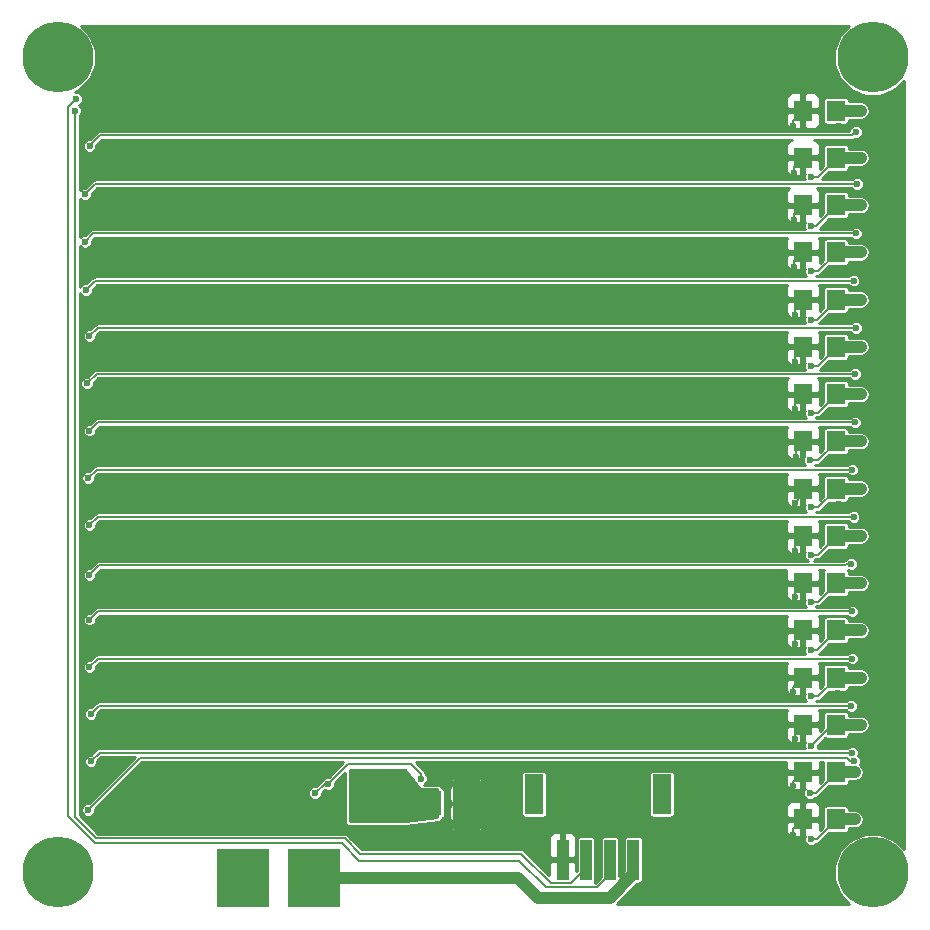
<source format=gbr>
G04 #@! TF.FileFunction,Copper,L2,Bot,Signal*
%FSLAX46Y46*%
G04 Gerber Fmt 4.6, Leading zero omitted, Abs format (unit mm)*
G04 Created by KiCad (PCBNEW 4.0.7) date 05/12/18 12:12:21*
%MOMM*%
%LPD*%
G01*
G04 APERTURE LIST*
%ADD10C,0.100000*%
%ADD11C,6.000000*%
%ADD12R,1.600200X1.803400*%
%ADD13R,4.700000X4.500000*%
%ADD14R,4.500000X4.900000*%
%ADD15R,1.000000X3.500000*%
%ADD16R,1.600000X3.400000*%
%ADD17R,1.140460X2.029460*%
%ADD18C,0.600000*%
%ADD19C,0.890000*%
%ADD20C,1.000000*%
%ADD21C,0.200000*%
%ADD22C,0.254000*%
G04 APERTURE END LIST*
D10*
D11*
X100000000Y-100000000D03*
X100000000Y-169000000D03*
X169000000Y-169000000D03*
D12*
X163103000Y-164500000D03*
X165897000Y-164500000D03*
X163103000Y-160500000D03*
X165897000Y-160500000D03*
X163103000Y-156500000D03*
X165897000Y-156500000D03*
X163103000Y-152500000D03*
X165897000Y-152500000D03*
X163103000Y-148500000D03*
X165897000Y-148500000D03*
X163103000Y-144500000D03*
X165897000Y-144500000D03*
X163103000Y-140500000D03*
X165897000Y-140500000D03*
X163103000Y-136500000D03*
X165897000Y-136500000D03*
X163103000Y-132500000D03*
X165897000Y-132500000D03*
X163103000Y-128500000D03*
X165897000Y-128500000D03*
X163103000Y-124500000D03*
X165897000Y-124500000D03*
X163103000Y-120500000D03*
X165897000Y-120500000D03*
X163103000Y-116500000D03*
X165897000Y-116500000D03*
X163103000Y-112500000D03*
X165897000Y-112500000D03*
X163103000Y-108500000D03*
X165897000Y-108500000D03*
X163103000Y-104500000D03*
X165897000Y-104500000D03*
D13*
X127050000Y-162500000D03*
D14*
X121750000Y-169450000D03*
X115700000Y-169450000D03*
D11*
X169000000Y-100000000D03*
D15*
X142750000Y-167925000D03*
X144750000Y-167925000D03*
X146750000Y-167925000D03*
X148750000Y-167925000D03*
D16*
X140350000Y-162375000D03*
X151150000Y-162375000D03*
D17*
X134353960Y-163150000D03*
X131946040Y-163150000D03*
D18*
X130750000Y-161050000D03*
X163800000Y-154100000D03*
X163800000Y-150200000D03*
X163800000Y-146100000D03*
X163800000Y-142100000D03*
X163800000Y-138100000D03*
X163700000Y-134100000D03*
X163800000Y-130100000D03*
X163800000Y-126100000D03*
X163800000Y-122200000D03*
X163800000Y-118100000D03*
X163800000Y-114300000D03*
X163800000Y-110100000D03*
X163800000Y-166200000D03*
X163700000Y-162300000D03*
X163800000Y-158300000D03*
D19*
X168000000Y-104500000D03*
X168000000Y-108500000D03*
X168000000Y-112500000D03*
X168000000Y-116500000D03*
X168000000Y-120500000D03*
X168000000Y-124500000D03*
X168000000Y-128500000D03*
X168000000Y-132500000D03*
X168000000Y-136500000D03*
X168000000Y-140500000D03*
X168000000Y-144500000D03*
X168000000Y-148500000D03*
X168000000Y-152500000D03*
X168000000Y-156500000D03*
X167500000Y-160500000D03*
X167500000Y-164500000D03*
X139000000Y-169500000D03*
X137500000Y-169500000D03*
X136000000Y-169500000D03*
X134500000Y-169500000D03*
X133000000Y-169500000D03*
X131500000Y-169500000D03*
X130000000Y-169500000D03*
X128500000Y-169500000D03*
X127000000Y-169500000D03*
X125500000Y-169500000D03*
D18*
X121800000Y-162300000D03*
X122900000Y-161500000D03*
X146440499Y-165176446D03*
X106400000Y-149200000D03*
X110400000Y-149200000D03*
X114500000Y-149200000D03*
X118400000Y-149200000D03*
X122400000Y-149200000D03*
X126400000Y-149200000D03*
X130400000Y-149300000D03*
X134400000Y-149300000D03*
X138400000Y-149200000D03*
X142400000Y-149200000D03*
X146400000Y-149200000D03*
X150400000Y-149300000D03*
X154300000Y-149300000D03*
X158300000Y-149200000D03*
X166200000Y-122000000D03*
X158400000Y-121100000D03*
X149800000Y-162000000D03*
X134300000Y-165800000D03*
X138350000Y-165800000D03*
X126450000Y-165750000D03*
X134400000Y-161100000D03*
X146300000Y-157100000D03*
X130500000Y-165569990D03*
X122329249Y-161044363D03*
X110300000Y-165100000D03*
X110300000Y-161100000D03*
X114400000Y-165100000D03*
X166180763Y-113930312D03*
X166118754Y-105831712D03*
X166200000Y-165831702D03*
X162300000Y-165800000D03*
X158400000Y-165100000D03*
X154300000Y-165100000D03*
X150400000Y-165100000D03*
X142600000Y-165100000D03*
X122400000Y-165100000D03*
X118400000Y-165100000D03*
X106200000Y-165100000D03*
X166100000Y-161831702D03*
X162300000Y-161700000D03*
X158400000Y-161100000D03*
X154400000Y-161100000D03*
X146400000Y-161100000D03*
X142400000Y-161100000D03*
X138300000Y-161100000D03*
X118400000Y-161100000D03*
X114300000Y-161100000D03*
X106294998Y-161100000D03*
X166000000Y-157831702D03*
X162400000Y-157700000D03*
X158400000Y-157100000D03*
X154400000Y-157100000D03*
X150400000Y-157100000D03*
X142400000Y-157100000D03*
X138400000Y-157100000D03*
X134400000Y-157100000D03*
X130300000Y-157100000D03*
X126400000Y-157100000D03*
X122400000Y-157100000D03*
X118400000Y-157100000D03*
X110300000Y-157100000D03*
X106400000Y-157200000D03*
X166100000Y-153831702D03*
X162300000Y-153700000D03*
X158300000Y-153100000D03*
X154300000Y-153100000D03*
X150300000Y-153100000D03*
X146300000Y-153100000D03*
X142300000Y-153100000D03*
X138300000Y-153100000D03*
X134300000Y-153100000D03*
X130300000Y-153100000D03*
X126300000Y-153100000D03*
X122300000Y-153100000D03*
X118300000Y-153100000D03*
X114200000Y-153100000D03*
X110300000Y-153100000D03*
X106300000Y-153100000D03*
X166200000Y-149831702D03*
X162400000Y-149700000D03*
X166200000Y-145831702D03*
X162400000Y-145700000D03*
X158200000Y-145100000D03*
X154300000Y-145100000D03*
X150400000Y-145100000D03*
X146300000Y-145100000D03*
X142300000Y-145100000D03*
X138300000Y-145100000D03*
X134400000Y-145100000D03*
X130300000Y-145100000D03*
X126300000Y-145100000D03*
X122300000Y-145100000D03*
X118300000Y-145100000D03*
X114300000Y-145100000D03*
X110300000Y-145100000D03*
X106300000Y-145100000D03*
X166200000Y-141831702D03*
X162400000Y-141800000D03*
X158400000Y-141100000D03*
X154400000Y-141100000D03*
X150400000Y-141100000D03*
X146400000Y-141100000D03*
X142400000Y-141100000D03*
X138400000Y-141100000D03*
X134400000Y-141100000D03*
X130300000Y-141100000D03*
X126300000Y-141100000D03*
X122300000Y-141100000D03*
X118300000Y-141100000D03*
X114300000Y-141100000D03*
X110300000Y-141100000D03*
X106300000Y-141100000D03*
X166200000Y-137831702D03*
X162400000Y-137700000D03*
X158300000Y-137100000D03*
X154400000Y-137100000D03*
X150300000Y-137100000D03*
X146200000Y-137100000D03*
X142200000Y-137100000D03*
X138300000Y-137100000D03*
X134300000Y-137100000D03*
X130300000Y-137100000D03*
X126300000Y-137100000D03*
X122300000Y-137100000D03*
X118200000Y-137100000D03*
X114300000Y-137100000D03*
X110200000Y-137100000D03*
X106300000Y-137100000D03*
X166200000Y-133831702D03*
X162500000Y-133800000D03*
X158200000Y-133100000D03*
X154300000Y-133100000D03*
X150200000Y-133100000D03*
X146200000Y-133100000D03*
X142200000Y-133200000D03*
X138300000Y-133100000D03*
X134300000Y-133200000D03*
X130300000Y-133100000D03*
X126200000Y-133100000D03*
X122300000Y-133100000D03*
X118200000Y-133100000D03*
X114200000Y-133100000D03*
X110200000Y-133100000D03*
X106200000Y-133100000D03*
X166200000Y-129831702D03*
X162400000Y-129800000D03*
X158300000Y-129100000D03*
X154300000Y-129100000D03*
X150200000Y-129100000D03*
X146200000Y-129100000D03*
X142200000Y-129100000D03*
X138200000Y-129100000D03*
X134200000Y-129100000D03*
X130300000Y-129100000D03*
X126300000Y-129100000D03*
X122400000Y-129100000D03*
X118300000Y-129100000D03*
X114300000Y-129100000D03*
X110300000Y-129100000D03*
X106400000Y-129100000D03*
X166200000Y-125851702D03*
X162400000Y-125800000D03*
X158300000Y-125100000D03*
X154300000Y-125100000D03*
X150300000Y-125100000D03*
X146400000Y-125100000D03*
X142300000Y-125100000D03*
X138400000Y-125100000D03*
X134300000Y-125100000D03*
X130200000Y-125100000D03*
X126300000Y-125100000D03*
X122300000Y-125100000D03*
X118300000Y-125100000D03*
X114300000Y-125100000D03*
X110300000Y-125100000D03*
X106300000Y-125100000D03*
X162400000Y-121800000D03*
X154300000Y-121100000D03*
X150300000Y-121100000D03*
X146300000Y-121100000D03*
X142300000Y-121100000D03*
X138300000Y-121100000D03*
X134300000Y-121100000D03*
X130300000Y-121100000D03*
X126300000Y-121100000D03*
X122300000Y-121100000D03*
X118300000Y-121100000D03*
X114200000Y-121100000D03*
X110175000Y-121100000D03*
X106225000Y-121125000D03*
X166175000Y-117851702D03*
X162375000Y-117775000D03*
X158250000Y-117175000D03*
X154125000Y-117100000D03*
X150200000Y-117125000D03*
X146200000Y-117150000D03*
X142175000Y-117125000D03*
X138175000Y-117150000D03*
X134225000Y-117100000D03*
X130125000Y-117100000D03*
X126250000Y-117125000D03*
X122200000Y-117125000D03*
X118200000Y-117125000D03*
X110175000Y-117100000D03*
X114200000Y-117175000D03*
X106175000Y-117125000D03*
X162375000Y-113800000D03*
X158175000Y-113075000D03*
X154125000Y-113050000D03*
X150175000Y-113050000D03*
X146175000Y-113075000D03*
X142175000Y-113075000D03*
X138225000Y-113100000D03*
X134225000Y-113100000D03*
X130200000Y-113075000D03*
X126250000Y-113050000D03*
X122225000Y-113125000D03*
X118225000Y-113100000D03*
X114175000Y-113125000D03*
X110250000Y-113075000D03*
X106175000Y-113125000D03*
X166175000Y-109851702D03*
X162325000Y-109800000D03*
X158200000Y-109100000D03*
X154125000Y-109075000D03*
X150175000Y-109100000D03*
X146175000Y-109125000D03*
X142150000Y-109050000D03*
X138200000Y-109075000D03*
X134125000Y-109075000D03*
X130125000Y-109050000D03*
X126200000Y-109100000D03*
X122175000Y-109100000D03*
X118125000Y-109050000D03*
X114175000Y-109100000D03*
X110175000Y-109100000D03*
X106200000Y-109150000D03*
X162250000Y-105825000D03*
X158200000Y-105225000D03*
X154350000Y-105175000D03*
X150225000Y-105175000D03*
X146200000Y-105225000D03*
X142225000Y-105200000D03*
X138175000Y-105300000D03*
X134200000Y-105300000D03*
X130250000Y-105325000D03*
X126200000Y-105250000D03*
X122425000Y-105325000D03*
X118400000Y-105400000D03*
X114425000Y-105400000D03*
X110400000Y-105375000D03*
X106375000Y-105400000D03*
X114300000Y-157200000D03*
X101600000Y-103500000D03*
X102706062Y-107494778D03*
X167600000Y-106300000D03*
X102300000Y-111600000D03*
X167700000Y-110700000D03*
X102300000Y-115600000D03*
X167600000Y-114900000D03*
X101500000Y-104500000D03*
X102400000Y-119700000D03*
X167400000Y-118900000D03*
X102700000Y-123600000D03*
X167600000Y-122900000D03*
X102500000Y-127600000D03*
X167500000Y-126800000D03*
X102700000Y-131600000D03*
X167500000Y-130900000D03*
X102600000Y-135600000D03*
X167300000Y-134900000D03*
X102700000Y-139600000D03*
X167400000Y-138900000D03*
X102700000Y-143800000D03*
X167200000Y-142900000D03*
X102700000Y-147600000D03*
X167300000Y-146900000D03*
X102700000Y-151600000D03*
X167300000Y-150900000D03*
X102800000Y-155600000D03*
X167200000Y-154900000D03*
X167294928Y-158850073D03*
X102800000Y-159600000D03*
X167415913Y-159569990D03*
X102600000Y-163700000D03*
D20*
X146754991Y-171170009D02*
X148750000Y-169175000D01*
X148750000Y-169175000D02*
X148750000Y-167925000D01*
X139000000Y-169500000D02*
X140670009Y-171170009D01*
X140670009Y-171170009D02*
X146754991Y-171170009D01*
D21*
X129924264Y-159800000D02*
X124600000Y-159800000D01*
X124600000Y-159800000D02*
X122900000Y-161500000D01*
X130750000Y-161050000D02*
X130750000Y-160625736D01*
X130750000Y-160625736D02*
X129924264Y-159800000D01*
X165897000Y-152500000D02*
X165897000Y-152601600D01*
X165897000Y-152601600D02*
X164398600Y-154100000D01*
X164398600Y-154100000D02*
X163800000Y-154100000D01*
X165897000Y-148500000D02*
X165897000Y-148601600D01*
X165897000Y-148601600D02*
X164298600Y-150200000D01*
X164298600Y-150200000D02*
X163800000Y-150200000D01*
X165897000Y-144500000D02*
X165897000Y-144601600D01*
X165897000Y-144601600D02*
X164398600Y-146100000D01*
X164398600Y-146100000D02*
X163800000Y-146100000D01*
X165897000Y-140500000D02*
X165897000Y-140601600D01*
X165897000Y-140601600D02*
X164398600Y-142100000D01*
X164398600Y-142100000D02*
X163800000Y-142100000D01*
X165897000Y-136500000D02*
X165897000Y-136601600D01*
X165897000Y-136601600D02*
X164398600Y-138100000D01*
X164398600Y-138100000D02*
X163800000Y-138100000D01*
X165897000Y-132500000D02*
X165897000Y-132601600D01*
X165897000Y-132601600D02*
X164398600Y-134100000D01*
X164398600Y-134100000D02*
X163700000Y-134100000D01*
X165897000Y-128500000D02*
X165897000Y-128601600D01*
X165897000Y-128601600D02*
X164398600Y-130100000D01*
X164398600Y-130100000D02*
X163800000Y-130100000D01*
X165897000Y-124500000D02*
X165897000Y-124601600D01*
X165897000Y-124601600D02*
X164398600Y-126100000D01*
X164398600Y-126100000D02*
X163800000Y-126100000D01*
X165897000Y-120500000D02*
X165897000Y-120601600D01*
X165897000Y-120601600D02*
X164298600Y-122200000D01*
X164298600Y-122200000D02*
X163800000Y-122200000D01*
X165897000Y-116500000D02*
X165897000Y-116601600D01*
X165897000Y-116601600D02*
X164398600Y-118100000D01*
X164398600Y-118100000D02*
X163800000Y-118100000D01*
X165897000Y-112500000D02*
X165897000Y-112601600D01*
X165897000Y-112601600D02*
X164198600Y-114300000D01*
X164198600Y-114300000D02*
X163800000Y-114300000D01*
X165897000Y-108500000D02*
X165897000Y-108601600D01*
X165897000Y-108601600D02*
X164398600Y-110100000D01*
X164398600Y-110100000D02*
X163800000Y-110100000D01*
X165897000Y-164500000D02*
X165897000Y-164601600D01*
X165897000Y-164601600D02*
X164298600Y-166200000D01*
X164298600Y-166200000D02*
X163800000Y-166200000D01*
X165897000Y-160500000D02*
X165897000Y-160601600D01*
X165897000Y-160601600D02*
X164198600Y-162300000D01*
X164198600Y-162300000D02*
X163700000Y-162300000D01*
X168000000Y-156500000D02*
X165600000Y-156500000D01*
X165600000Y-156500000D02*
X163800000Y-158300000D01*
D20*
X165897000Y-104500000D02*
X168000000Y-104500000D01*
X165897000Y-108500000D02*
X168000000Y-108500000D01*
X165897000Y-112500000D02*
X168000000Y-112500000D01*
X165897000Y-116500000D02*
X168000000Y-116500000D01*
X165897000Y-120500000D02*
X168000000Y-120500000D01*
X165897000Y-124500000D02*
X168000000Y-124500000D01*
X165897000Y-128500000D02*
X168000000Y-128500000D01*
X165897000Y-132500000D02*
X168000000Y-132500000D01*
X165897000Y-136500000D02*
X168000000Y-136500000D01*
X165897000Y-140500000D02*
X168000000Y-140500000D01*
X165897000Y-144500000D02*
X168000000Y-144500000D01*
X165897000Y-148500000D02*
X168000000Y-148500000D01*
X165897000Y-152500000D02*
X168000000Y-152500000D01*
X165897000Y-156500000D02*
X168000000Y-156500000D01*
X165897000Y-160500000D02*
X167500000Y-160500000D01*
X165897000Y-164500000D02*
X167500000Y-164500000D01*
X137500000Y-169500000D02*
X139000000Y-169500000D01*
X136000000Y-169500000D02*
X137500000Y-169500000D01*
X134500000Y-169500000D02*
X136000000Y-169500000D01*
X133000000Y-169500000D02*
X134500000Y-169500000D01*
X131500000Y-169500000D02*
X133000000Y-169500000D01*
X130000000Y-169500000D02*
X131500000Y-169500000D01*
X128500000Y-169500000D02*
X130000000Y-169500000D01*
X127000000Y-169500000D02*
X128500000Y-169500000D01*
X125500000Y-169500000D02*
X127000000Y-169500000D01*
X121750000Y-169450000D02*
X125450000Y-169450000D01*
X125450000Y-169450000D02*
X125500000Y-169500000D01*
D21*
X122900000Y-161500000D02*
X122600000Y-161500000D01*
X122600000Y-161500000D02*
X121800000Y-162300000D01*
X138350000Y-165800000D02*
X138350000Y-165375736D01*
X138350000Y-165375736D02*
X136124264Y-163150000D01*
X136124264Y-163150000D02*
X135400000Y-163150000D01*
X135400000Y-163150000D02*
X134650000Y-163150000D01*
X134300000Y-165800000D02*
X134650000Y-165450000D01*
X134650000Y-165450000D02*
X134650000Y-163150000D01*
X134400000Y-161100000D02*
X134400000Y-162900000D01*
X134400000Y-162900000D02*
X134650000Y-163150000D01*
X162400000Y-129800000D02*
X162400000Y-129203000D01*
X162400000Y-129203000D02*
X163103000Y-128500000D01*
X162400000Y-125800000D02*
X162400000Y-125203000D01*
X162400000Y-125203000D02*
X163103000Y-124500000D01*
X162250000Y-105825000D02*
X162250000Y-105353000D01*
X162250000Y-105353000D02*
X163103000Y-104500000D01*
X162325000Y-109800000D02*
X162325000Y-109278000D01*
X162325000Y-109278000D02*
X163103000Y-108500000D01*
X162375000Y-113800000D02*
X162375000Y-113228000D01*
X162375000Y-113228000D02*
X163103000Y-112500000D01*
X162375000Y-117775000D02*
X162375000Y-117228000D01*
X162375000Y-117228000D02*
X163103000Y-116500000D01*
X162400000Y-121800000D02*
X162400000Y-121203000D01*
X162400000Y-121203000D02*
X163103000Y-120500000D01*
X162300000Y-165800000D02*
X162300000Y-165303000D01*
X162300000Y-165303000D02*
X163103000Y-164500000D01*
X162300000Y-161700000D02*
X162300000Y-161303000D01*
X162300000Y-161303000D02*
X163103000Y-160500000D01*
X162400000Y-157700000D02*
X162400000Y-157203000D01*
X162400000Y-157203000D02*
X163103000Y-156500000D01*
X162300000Y-153700000D02*
X162300000Y-153303000D01*
X162300000Y-153303000D02*
X163103000Y-152500000D01*
X162400000Y-149700000D02*
X162400000Y-149203000D01*
X162400000Y-149203000D02*
X163103000Y-148500000D01*
X162400000Y-145700000D02*
X162400000Y-145203000D01*
X162400000Y-145203000D02*
X163103000Y-144500000D01*
X162400000Y-141800000D02*
X162400000Y-141203000D01*
X162400000Y-141203000D02*
X163103000Y-140500000D01*
X166200000Y-137831702D02*
X166200000Y-137631701D01*
X163103000Y-136500000D02*
X163103000Y-136997000D01*
X163103000Y-136997000D02*
X162400000Y-137700000D01*
X162500000Y-133800000D02*
X162500000Y-133103000D01*
X162500000Y-133103000D02*
X163103000Y-132500000D01*
X101600000Y-103500000D02*
X100900000Y-104200000D01*
X100900000Y-104200000D02*
X100900000Y-164200000D01*
X100900000Y-164200000D02*
X103200000Y-166500000D01*
X139100000Y-168000000D02*
X141335012Y-170235012D01*
X141335012Y-170235012D02*
X145689988Y-170235012D01*
X145689988Y-170235012D02*
X146750000Y-169175000D01*
X103200000Y-166500000D02*
X124050000Y-166500000D01*
X124050000Y-166500000D02*
X125550000Y-168000000D01*
X125550000Y-168000000D02*
X139100000Y-168000000D01*
X146750000Y-169175000D02*
X146750000Y-167925000D01*
X103006061Y-107194779D02*
X102706062Y-107494778D01*
X167600000Y-106300000D02*
X167300001Y-106599999D01*
X167300001Y-106599999D02*
X103600841Y-106599999D01*
X103600841Y-106599999D02*
X103006061Y-107194779D01*
X167700000Y-110700000D02*
X103200000Y-110700000D01*
X103200000Y-110700000D02*
X102300000Y-111600000D01*
X167175736Y-114900000D02*
X103000000Y-114900000D01*
X103000000Y-114900000D02*
X102300000Y-115600000D01*
X167600000Y-114900000D02*
X167175736Y-114900000D01*
X139260000Y-167400000D02*
X125600000Y-167400000D01*
X144750000Y-167925000D02*
X144750000Y-168589002D01*
X144750000Y-168589002D02*
X143434001Y-169905001D01*
X143434001Y-169905001D02*
X141765001Y-169905001D01*
X141765001Y-169905001D02*
X139260000Y-167400000D01*
X125600000Y-167400000D02*
X124300000Y-166100000D01*
X101500000Y-164333294D02*
X101500000Y-104924264D01*
X124300000Y-166100000D02*
X103266706Y-166100000D01*
X103266706Y-166100000D02*
X101500000Y-164333294D01*
X101500000Y-104924264D02*
X101500000Y-104500000D01*
X166975736Y-118900000D02*
X103200000Y-118900000D01*
X103200000Y-118900000D02*
X102400000Y-119700000D01*
X167400000Y-118900000D02*
X166975736Y-118900000D01*
X167600000Y-122900000D02*
X103400000Y-122900000D01*
X103400000Y-122900000D02*
X102700000Y-123600000D01*
X167500000Y-126800000D02*
X103300000Y-126800000D01*
X103300000Y-126800000D02*
X102500000Y-127600000D01*
X167075736Y-130900000D02*
X103400000Y-130900000D01*
X103400000Y-130900000D02*
X102700000Y-131600000D01*
X167500000Y-130900000D02*
X167075736Y-130900000D01*
X103300000Y-134900000D02*
X102600000Y-135600000D01*
X167300000Y-134900000D02*
X103300000Y-134900000D01*
X167400000Y-138900000D02*
X103400000Y-138900000D01*
X103400000Y-138900000D02*
X102700000Y-139600000D01*
X166675736Y-143000000D02*
X103500000Y-143000000D01*
X103500000Y-143000000D02*
X102700000Y-143800000D01*
X167200000Y-142900000D02*
X166775736Y-142900000D01*
X166775736Y-142900000D02*
X166675736Y-143000000D01*
X167300000Y-146900000D02*
X103400000Y-146900000D01*
X103400000Y-146900000D02*
X102700000Y-147600000D01*
X167300000Y-150900000D02*
X103400000Y-150900000D01*
X103400000Y-150900000D02*
X102700000Y-151600000D01*
X167200000Y-154900000D02*
X103500000Y-154900000D01*
X103500000Y-154900000D02*
X102800000Y-155600000D01*
X166870664Y-158850073D02*
X167294928Y-158850073D01*
X102800000Y-159600000D02*
X103549927Y-158850073D01*
X103549927Y-158850073D02*
X166870664Y-158850073D01*
X166812802Y-159300000D02*
X167082792Y-159569990D01*
X167082792Y-159569990D02*
X167415913Y-159569990D01*
X107000000Y-159300000D02*
X166812802Y-159300000D01*
X102600000Y-163700000D02*
X107000000Y-159300000D01*
D22*
G36*
X166223515Y-98141305D02*
X165723570Y-99345305D01*
X165722433Y-100648976D01*
X166220275Y-101853846D01*
X167141305Y-102776485D01*
X168345305Y-103276430D01*
X169648976Y-103277567D01*
X170853846Y-102779725D01*
X171673000Y-101962000D01*
X171673000Y-167039243D01*
X170858695Y-166223515D01*
X169654695Y-165723570D01*
X168351024Y-165722433D01*
X167146154Y-166220275D01*
X166223515Y-167141305D01*
X165723570Y-168345305D01*
X165722433Y-169648976D01*
X166220275Y-170853846D01*
X167038000Y-171673000D01*
X147350844Y-171673000D01*
X149066418Y-169957426D01*
X149250000Y-169957426D01*
X149352650Y-169938111D01*
X149446927Y-169877445D01*
X149510175Y-169784880D01*
X149532426Y-169675000D01*
X149532426Y-166314269D01*
X163222900Y-166314269D01*
X163310558Y-166526417D01*
X163472729Y-166688871D01*
X163684724Y-166776900D01*
X163914269Y-166777100D01*
X164126417Y-166689442D01*
X164239055Y-166577000D01*
X164298600Y-166577000D01*
X164442872Y-166548303D01*
X164565179Y-166466579D01*
X165347632Y-165684126D01*
X166697100Y-165684126D01*
X166799750Y-165664811D01*
X166894027Y-165604145D01*
X166957275Y-165511580D01*
X166979526Y-165401700D01*
X166979526Y-165277000D01*
X167500000Y-165277000D01*
X167797345Y-165217854D01*
X168049422Y-165049422D01*
X168217854Y-164797345D01*
X168277000Y-164500000D01*
X168217854Y-164202655D01*
X168049422Y-163950578D01*
X167797345Y-163782146D01*
X167500000Y-163723000D01*
X166979526Y-163723000D01*
X166979526Y-163598300D01*
X166960211Y-163495650D01*
X166899545Y-163401373D01*
X166806980Y-163338125D01*
X166697100Y-163315874D01*
X165096900Y-163315874D01*
X164994250Y-163335189D01*
X164899973Y-163395855D01*
X164836725Y-163488420D01*
X164814474Y-163598300D01*
X164814474Y-165150968D01*
X164538100Y-165427342D01*
X164538100Y-164785750D01*
X164379350Y-164627000D01*
X163230000Y-164627000D01*
X163230000Y-165877950D01*
X163285793Y-165933743D01*
X163223100Y-166084724D01*
X163222900Y-166314269D01*
X149532426Y-166314269D01*
X149532426Y-166175000D01*
X149513111Y-166072350D01*
X149452445Y-165978073D01*
X149359880Y-165914825D01*
X149250000Y-165892574D01*
X148250000Y-165892574D01*
X148147350Y-165911889D01*
X148053073Y-165972555D01*
X147989825Y-166065120D01*
X147967574Y-166175000D01*
X147967574Y-168858582D01*
X147532426Y-169293730D01*
X147532426Y-166175000D01*
X147513111Y-166072350D01*
X147452445Y-165978073D01*
X147359880Y-165914825D01*
X147250000Y-165892574D01*
X146250000Y-165892574D01*
X146147350Y-165911889D01*
X146053073Y-165972555D01*
X145989825Y-166065120D01*
X145967574Y-166175000D01*
X145967574Y-169424267D01*
X145533830Y-169858012D01*
X145460205Y-169858012D01*
X145510175Y-169784880D01*
X145532426Y-169675000D01*
X145532426Y-166175000D01*
X145513111Y-166072350D01*
X145452445Y-165978073D01*
X145359880Y-165914825D01*
X145250000Y-165892574D01*
X144250000Y-165892574D01*
X144147350Y-165911889D01*
X144053073Y-165972555D01*
X143989825Y-166065120D01*
X143967574Y-166175000D01*
X143967574Y-168838269D01*
X143885000Y-168920843D01*
X143885000Y-168210750D01*
X143726250Y-168052000D01*
X142877000Y-168052000D01*
X142877000Y-168072000D01*
X142623000Y-168072000D01*
X142623000Y-168052000D01*
X141773750Y-168052000D01*
X141615000Y-168210750D01*
X141615000Y-169221841D01*
X139526579Y-167133421D01*
X139404272Y-167051697D01*
X139260000Y-167023000D01*
X125756159Y-167023000D01*
X124781849Y-166048690D01*
X141615000Y-166048690D01*
X141615000Y-167639250D01*
X141773750Y-167798000D01*
X142623000Y-167798000D01*
X142623000Y-165698750D01*
X142877000Y-165698750D01*
X142877000Y-167798000D01*
X143726250Y-167798000D01*
X143885000Y-167639250D01*
X143885000Y-166048690D01*
X143788327Y-165815301D01*
X143609698Y-165636673D01*
X143376309Y-165540000D01*
X143035750Y-165540000D01*
X142877000Y-165698750D01*
X142623000Y-165698750D01*
X142464250Y-165540000D01*
X142123691Y-165540000D01*
X141890302Y-165636673D01*
X141711673Y-165815301D01*
X141615000Y-166048690D01*
X124781849Y-166048690D01*
X124566579Y-165833421D01*
X124444272Y-165751697D01*
X124300000Y-165723000D01*
X103422865Y-165723000D01*
X101877000Y-164177136D01*
X101877000Y-163814269D01*
X102022900Y-163814269D01*
X102110558Y-164026417D01*
X102272729Y-164188871D01*
X102484724Y-164276900D01*
X102714269Y-164277100D01*
X102926417Y-164189442D01*
X103088871Y-164027271D01*
X103176900Y-163815276D01*
X103177039Y-163656119D01*
X107156158Y-159677000D01*
X124189842Y-159677000D01*
X122943804Y-160923038D01*
X122785731Y-160922900D01*
X122573583Y-161010558D01*
X122411129Y-161172729D01*
X122406090Y-161184865D01*
X122333421Y-161233421D01*
X121843804Y-161723038D01*
X121685731Y-161722900D01*
X121473583Y-161810558D01*
X121311129Y-161972729D01*
X121223100Y-162184724D01*
X121222900Y-162414269D01*
X121310558Y-162626417D01*
X121472729Y-162788871D01*
X121684724Y-162876900D01*
X121914269Y-162877100D01*
X122126417Y-162789442D01*
X122288871Y-162627271D01*
X122376900Y-162415276D01*
X122377039Y-162256119D01*
X122623291Y-162009867D01*
X122784724Y-162076900D01*
X123014269Y-162077100D01*
X123226417Y-161989442D01*
X123388871Y-161827271D01*
X123476900Y-161615276D01*
X123477039Y-161456119D01*
X124373000Y-160560158D01*
X124373000Y-164800000D01*
X124391944Y-164900678D01*
X124451444Y-164993144D01*
X124542231Y-165055176D01*
X124650000Y-165077000D01*
X129400000Y-165077000D01*
X129433764Y-165074935D01*
X132283764Y-164724935D01*
X132350678Y-164708056D01*
X132443144Y-164648556D01*
X132505176Y-164557769D01*
X132527000Y-164450000D01*
X132527000Y-164445137D01*
X132618920Y-164427841D01*
X132713197Y-164367175D01*
X132776445Y-164274610D01*
X132798696Y-164164730D01*
X132798696Y-162135270D01*
X132779381Y-162032620D01*
X132764157Y-162008961D01*
X133148730Y-162008961D01*
X133148730Y-162864250D01*
X133307480Y-163023000D01*
X133323000Y-163023000D01*
X133323000Y-163277000D01*
X133307480Y-163277000D01*
X133148730Y-163435750D01*
X133148730Y-164291039D01*
X133245403Y-164524428D01*
X133323000Y-164602025D01*
X133323000Y-165400000D01*
X133331685Y-165446159D01*
X133358965Y-165488553D01*
X133400590Y-165516994D01*
X133450000Y-165527000D01*
X135800000Y-165527000D01*
X135846159Y-165518315D01*
X135888553Y-165491035D01*
X135916994Y-165449410D01*
X135927000Y-165400000D01*
X135927000Y-164785750D01*
X161667900Y-164785750D01*
X161667900Y-165528010D01*
X161764573Y-165761399D01*
X161943202Y-165940027D01*
X162176591Y-166036700D01*
X162817250Y-166036700D01*
X162976000Y-165877950D01*
X162976000Y-164627000D01*
X161826650Y-164627000D01*
X161667900Y-164785750D01*
X135927000Y-164785750D01*
X135927000Y-161100000D01*
X135918315Y-161053841D01*
X135891035Y-161011447D01*
X135849410Y-160983006D01*
X135800000Y-160973000D01*
X133450000Y-160973000D01*
X133403841Y-160981685D01*
X133361447Y-161008965D01*
X133333006Y-161050590D01*
X133323000Y-161100000D01*
X133323000Y-161697975D01*
X133245403Y-161775572D01*
X133148730Y-162008961D01*
X132764157Y-162008961D01*
X132718715Y-161938343D01*
X132626150Y-161875095D01*
X132527000Y-161855017D01*
X132527000Y-161850000D01*
X132508056Y-161749322D01*
X132448556Y-161656856D01*
X132357769Y-161594824D01*
X132250000Y-161573000D01*
X130995201Y-161573000D01*
X131076417Y-161539442D01*
X131238871Y-161377271D01*
X131326900Y-161165276D01*
X131327100Y-160935731D01*
X131239442Y-160723583D01*
X131190944Y-160675000D01*
X139267574Y-160675000D01*
X139267574Y-164075000D01*
X139286889Y-164177650D01*
X139347555Y-164271927D01*
X139440120Y-164335175D01*
X139550000Y-164357426D01*
X141150000Y-164357426D01*
X141252650Y-164338111D01*
X141346927Y-164277445D01*
X141410175Y-164184880D01*
X141432426Y-164075000D01*
X141432426Y-160675000D01*
X150067574Y-160675000D01*
X150067574Y-164075000D01*
X150086889Y-164177650D01*
X150147555Y-164271927D01*
X150240120Y-164335175D01*
X150350000Y-164357426D01*
X151950000Y-164357426D01*
X152052650Y-164338111D01*
X152146927Y-164277445D01*
X152210175Y-164184880D01*
X152232426Y-164075000D01*
X152232426Y-163471990D01*
X161667900Y-163471990D01*
X161667900Y-164214250D01*
X161826650Y-164373000D01*
X162976000Y-164373000D01*
X162976000Y-163122050D01*
X163230000Y-163122050D01*
X163230000Y-164373000D01*
X164379350Y-164373000D01*
X164538100Y-164214250D01*
X164538100Y-163471990D01*
X164441427Y-163238601D01*
X164262798Y-163059973D01*
X164029409Y-162963300D01*
X163388750Y-162963300D01*
X163230000Y-163122050D01*
X162976000Y-163122050D01*
X162817250Y-162963300D01*
X162176591Y-162963300D01*
X161943202Y-163059973D01*
X161764573Y-163238601D01*
X161667900Y-163471990D01*
X152232426Y-163471990D01*
X152232426Y-160785750D01*
X161667900Y-160785750D01*
X161667900Y-161528010D01*
X161764573Y-161761399D01*
X161943202Y-161940027D01*
X162176591Y-162036700D01*
X162817250Y-162036700D01*
X162976000Y-161877950D01*
X162976000Y-160627000D01*
X161826650Y-160627000D01*
X161667900Y-160785750D01*
X152232426Y-160785750D01*
X152232426Y-160675000D01*
X152213111Y-160572350D01*
X152152445Y-160478073D01*
X152059880Y-160414825D01*
X151950000Y-160392574D01*
X150350000Y-160392574D01*
X150247350Y-160411889D01*
X150153073Y-160472555D01*
X150089825Y-160565120D01*
X150067574Y-160675000D01*
X141432426Y-160675000D01*
X141413111Y-160572350D01*
X141352445Y-160478073D01*
X141259880Y-160414825D01*
X141150000Y-160392574D01*
X139550000Y-160392574D01*
X139447350Y-160411889D01*
X139353073Y-160472555D01*
X139289825Y-160565120D01*
X139267574Y-160675000D01*
X131190944Y-160675000D01*
X131123326Y-160607264D01*
X131098303Y-160481464D01*
X131016579Y-160359157D01*
X130334422Y-159677000D01*
X161667900Y-159677000D01*
X161667900Y-160214250D01*
X161826650Y-160373000D01*
X162976000Y-160373000D01*
X162976000Y-160353000D01*
X163230000Y-160353000D01*
X163230000Y-160373000D01*
X164379350Y-160373000D01*
X164538100Y-160214250D01*
X164538100Y-159677000D01*
X164814474Y-159677000D01*
X164814474Y-161150968D01*
X164538100Y-161427342D01*
X164538100Y-160785750D01*
X164379350Y-160627000D01*
X163230000Y-160627000D01*
X163230000Y-161877950D01*
X163268004Y-161915954D01*
X163211129Y-161972729D01*
X163123100Y-162184724D01*
X163122900Y-162414269D01*
X163210558Y-162626417D01*
X163372729Y-162788871D01*
X163584724Y-162876900D01*
X163814269Y-162877100D01*
X164026417Y-162789442D01*
X164139055Y-162677000D01*
X164198600Y-162677000D01*
X164342872Y-162648303D01*
X164465179Y-162566579D01*
X165347632Y-161684126D01*
X166697100Y-161684126D01*
X166799750Y-161664811D01*
X166894027Y-161604145D01*
X166957275Y-161511580D01*
X166979526Y-161401700D01*
X166979526Y-161277000D01*
X167500000Y-161277000D01*
X167797345Y-161217854D01*
X168049422Y-161049422D01*
X168217854Y-160797345D01*
X168277000Y-160500000D01*
X168217854Y-160202655D01*
X168049422Y-159950578D01*
X167918868Y-159863345D01*
X167992813Y-159685266D01*
X167993013Y-159455721D01*
X167905355Y-159243573D01*
X167800086Y-159138121D01*
X167871828Y-158965349D01*
X167872028Y-158735804D01*
X167784370Y-158523656D01*
X167622199Y-158361202D01*
X167410204Y-158273173D01*
X167180659Y-158272973D01*
X166968511Y-158360631D01*
X166855873Y-158473073D01*
X164352900Y-158473073D01*
X164376900Y-158415276D01*
X164377039Y-158256120D01*
X164977671Y-157655487D01*
X164987020Y-157661875D01*
X165096900Y-157684126D01*
X166697100Y-157684126D01*
X166799750Y-157664811D01*
X166894027Y-157604145D01*
X166957275Y-157511580D01*
X166979526Y-157401700D01*
X166979526Y-157277000D01*
X168000000Y-157277000D01*
X168297345Y-157217854D01*
X168549422Y-157049422D01*
X168717854Y-156797345D01*
X168777000Y-156500000D01*
X168717854Y-156202655D01*
X168549422Y-155950578D01*
X168297345Y-155782146D01*
X168000000Y-155723000D01*
X166979526Y-155723000D01*
X166979526Y-155598300D01*
X166960211Y-155495650D01*
X166899545Y-155401373D01*
X166894445Y-155397889D01*
X167084724Y-155476900D01*
X167314269Y-155477100D01*
X167526417Y-155389442D01*
X167688871Y-155227271D01*
X167776900Y-155015276D01*
X167777100Y-154785731D01*
X167689442Y-154573583D01*
X167527271Y-154411129D01*
X167315276Y-154323100D01*
X167085731Y-154322900D01*
X166873583Y-154410558D01*
X166760945Y-154523000D01*
X164192975Y-154523000D01*
X164239055Y-154477000D01*
X164398600Y-154477000D01*
X164542872Y-154448303D01*
X164665179Y-154366579D01*
X165347632Y-153684126D01*
X166697100Y-153684126D01*
X166799750Y-153664811D01*
X166894027Y-153604145D01*
X166957275Y-153511580D01*
X166979526Y-153401700D01*
X166979526Y-153277000D01*
X168000000Y-153277000D01*
X168297345Y-153217854D01*
X168549422Y-153049422D01*
X168717854Y-152797345D01*
X168777000Y-152500000D01*
X168717854Y-152202655D01*
X168549422Y-151950578D01*
X168297345Y-151782146D01*
X168000000Y-151723000D01*
X166979526Y-151723000D01*
X166979526Y-151598300D01*
X166960211Y-151495650D01*
X166899545Y-151401373D01*
X166806980Y-151338125D01*
X166697100Y-151315874D01*
X165096900Y-151315874D01*
X164994250Y-151335189D01*
X164899973Y-151395855D01*
X164836725Y-151488420D01*
X164814474Y-151598300D01*
X164814474Y-153150968D01*
X164538100Y-153427342D01*
X164538100Y-152785750D01*
X164379350Y-152627000D01*
X163230000Y-152627000D01*
X163230000Y-153877950D01*
X163256453Y-153904403D01*
X163223100Y-153984724D01*
X163222900Y-154214269D01*
X163310558Y-154426417D01*
X163406973Y-154523000D01*
X103500000Y-154523000D01*
X103355728Y-154551697D01*
X103233420Y-154633421D01*
X102843804Y-155023038D01*
X102685731Y-155022900D01*
X102473583Y-155110558D01*
X102311129Y-155272729D01*
X102223100Y-155484724D01*
X102222900Y-155714269D01*
X102310558Y-155926417D01*
X102472729Y-156088871D01*
X102684724Y-156176900D01*
X102914269Y-156177100D01*
X103126417Y-156089442D01*
X103288871Y-155927271D01*
X103376900Y-155715276D01*
X103377039Y-155556120D01*
X103656159Y-155277000D01*
X161748668Y-155277000D01*
X161667900Y-155471990D01*
X161667900Y-156214250D01*
X161826650Y-156373000D01*
X162976000Y-156373000D01*
X162976000Y-156353000D01*
X163230000Y-156353000D01*
X163230000Y-156373000D01*
X164379350Y-156373000D01*
X164538100Y-156214250D01*
X164538100Y-155471990D01*
X164457332Y-155277000D01*
X166761053Y-155277000D01*
X166854451Y-155370561D01*
X166806980Y-155338125D01*
X166697100Y-155315874D01*
X165096900Y-155315874D01*
X164994250Y-155335189D01*
X164899973Y-155395855D01*
X164836725Y-155488420D01*
X164814474Y-155598300D01*
X164814474Y-156752367D01*
X164538100Y-157028741D01*
X164538100Y-156785750D01*
X164379350Y-156627000D01*
X163230000Y-156627000D01*
X163230000Y-157877950D01*
X163317960Y-157965910D01*
X163311129Y-157972729D01*
X163223100Y-158184724D01*
X163222900Y-158414269D01*
X163247197Y-158473073D01*
X103549927Y-158473073D01*
X103405655Y-158501770D01*
X103283348Y-158583494D01*
X102843804Y-159023038D01*
X102685731Y-159022900D01*
X102473583Y-159110558D01*
X102311129Y-159272729D01*
X102223100Y-159484724D01*
X102222900Y-159714269D01*
X102310558Y-159926417D01*
X102472729Y-160088871D01*
X102684724Y-160176900D01*
X102914269Y-160177100D01*
X103126417Y-160089442D01*
X103288871Y-159927271D01*
X103376900Y-159715276D01*
X103377039Y-159556119D01*
X103706085Y-159227073D01*
X106539769Y-159227073D01*
X102643804Y-163123038D01*
X102485731Y-163122900D01*
X102273583Y-163210558D01*
X102111129Y-163372729D01*
X102023100Y-163584724D01*
X102022900Y-163814269D01*
X101877000Y-163814269D01*
X101877000Y-156785750D01*
X161667900Y-156785750D01*
X161667900Y-157528010D01*
X161764573Y-157761399D01*
X161943202Y-157940027D01*
X162176591Y-158036700D01*
X162817250Y-158036700D01*
X162976000Y-157877950D01*
X162976000Y-156627000D01*
X161826650Y-156627000D01*
X161667900Y-156785750D01*
X101877000Y-156785750D01*
X101877000Y-152785750D01*
X161667900Y-152785750D01*
X161667900Y-153528010D01*
X161764573Y-153761399D01*
X161943202Y-153940027D01*
X162176591Y-154036700D01*
X162817250Y-154036700D01*
X162976000Y-153877950D01*
X162976000Y-152627000D01*
X161826650Y-152627000D01*
X161667900Y-152785750D01*
X101877000Y-152785750D01*
X101877000Y-151714269D01*
X102122900Y-151714269D01*
X102210558Y-151926417D01*
X102372729Y-152088871D01*
X102584724Y-152176900D01*
X102814269Y-152177100D01*
X103026417Y-152089442D01*
X103188871Y-151927271D01*
X103276900Y-151715276D01*
X103277039Y-151556120D01*
X103556159Y-151277000D01*
X161748668Y-151277000D01*
X161667900Y-151471990D01*
X161667900Y-152214250D01*
X161826650Y-152373000D01*
X162976000Y-152373000D01*
X162976000Y-152353000D01*
X163230000Y-152353000D01*
X163230000Y-152373000D01*
X164379350Y-152373000D01*
X164538100Y-152214250D01*
X164538100Y-151471990D01*
X164457332Y-151277000D01*
X166861053Y-151277000D01*
X166972729Y-151388871D01*
X167184724Y-151476900D01*
X167414269Y-151477100D01*
X167626417Y-151389442D01*
X167788871Y-151227271D01*
X167876900Y-151015276D01*
X167877100Y-150785731D01*
X167789442Y-150573583D01*
X167627271Y-150411129D01*
X167415276Y-150323100D01*
X167185731Y-150322900D01*
X166973583Y-150410558D01*
X166860945Y-150523000D01*
X164480740Y-150523000D01*
X164565179Y-150466579D01*
X165347632Y-149684126D01*
X166697100Y-149684126D01*
X166799750Y-149664811D01*
X166894027Y-149604145D01*
X166957275Y-149511580D01*
X166979526Y-149401700D01*
X166979526Y-149277000D01*
X168000000Y-149277000D01*
X168297345Y-149217854D01*
X168549422Y-149049422D01*
X168717854Y-148797345D01*
X168777000Y-148500000D01*
X168717854Y-148202655D01*
X168549422Y-147950578D01*
X168297345Y-147782146D01*
X168000000Y-147723000D01*
X166979526Y-147723000D01*
X166979526Y-147598300D01*
X166960211Y-147495650D01*
X166899545Y-147401373D01*
X166806980Y-147338125D01*
X166697100Y-147315874D01*
X165096900Y-147315874D01*
X164994250Y-147335189D01*
X164899973Y-147395855D01*
X164836725Y-147488420D01*
X164814474Y-147598300D01*
X164814474Y-149150968D01*
X164538100Y-149427342D01*
X164538100Y-148785750D01*
X164379350Y-148627000D01*
X163230000Y-148627000D01*
X163230000Y-149877950D01*
X163285793Y-149933743D01*
X163223100Y-150084724D01*
X163222900Y-150314269D01*
X163309146Y-150523000D01*
X103400000Y-150523000D01*
X103255728Y-150551697D01*
X103133420Y-150633421D01*
X102743804Y-151023038D01*
X102585731Y-151022900D01*
X102373583Y-151110558D01*
X102211129Y-151272729D01*
X102123100Y-151484724D01*
X102122900Y-151714269D01*
X101877000Y-151714269D01*
X101877000Y-148785750D01*
X161667900Y-148785750D01*
X161667900Y-149528010D01*
X161764573Y-149761399D01*
X161943202Y-149940027D01*
X162176591Y-150036700D01*
X162817250Y-150036700D01*
X162976000Y-149877950D01*
X162976000Y-148627000D01*
X161826650Y-148627000D01*
X161667900Y-148785750D01*
X101877000Y-148785750D01*
X101877000Y-144785750D01*
X161667900Y-144785750D01*
X161667900Y-145528010D01*
X161764573Y-145761399D01*
X161943202Y-145940027D01*
X162176591Y-146036700D01*
X162817250Y-146036700D01*
X162976000Y-145877950D01*
X162976000Y-144627000D01*
X161826650Y-144627000D01*
X161667900Y-144785750D01*
X101877000Y-144785750D01*
X101877000Y-143914269D01*
X102122900Y-143914269D01*
X102210558Y-144126417D01*
X102372729Y-144288871D01*
X102584724Y-144376900D01*
X102814269Y-144377100D01*
X103026417Y-144289442D01*
X103188871Y-144127271D01*
X103276900Y-143915276D01*
X103277039Y-143756119D01*
X103656158Y-143377000D01*
X161707246Y-143377000D01*
X161667900Y-143471990D01*
X161667900Y-144214250D01*
X161826650Y-144373000D01*
X162976000Y-144373000D01*
X162976000Y-144353000D01*
X163230000Y-144353000D01*
X163230000Y-144373000D01*
X164379350Y-144373000D01*
X164538100Y-144214250D01*
X164538100Y-143471990D01*
X164498754Y-143377000D01*
X164929274Y-143377000D01*
X164899973Y-143395855D01*
X164836725Y-143488420D01*
X164814474Y-143598300D01*
X164814474Y-145150968D01*
X164538100Y-145427342D01*
X164538100Y-144785750D01*
X164379350Y-144627000D01*
X163230000Y-144627000D01*
X163230000Y-145877950D01*
X163256453Y-145904403D01*
X163223100Y-145984724D01*
X163222900Y-146214269D01*
X163310558Y-146426417D01*
X163406973Y-146523000D01*
X103400000Y-146523000D01*
X103255728Y-146551697D01*
X103133420Y-146633421D01*
X102743804Y-147023038D01*
X102585731Y-147022900D01*
X102373583Y-147110558D01*
X102211129Y-147272729D01*
X102123100Y-147484724D01*
X102122900Y-147714269D01*
X102210558Y-147926417D01*
X102372729Y-148088871D01*
X102584724Y-148176900D01*
X102814269Y-148177100D01*
X103026417Y-148089442D01*
X103188871Y-147927271D01*
X103276900Y-147715276D01*
X103277039Y-147556120D01*
X103556159Y-147277000D01*
X161748668Y-147277000D01*
X161667900Y-147471990D01*
X161667900Y-148214250D01*
X161826650Y-148373000D01*
X162976000Y-148373000D01*
X162976000Y-148353000D01*
X163230000Y-148353000D01*
X163230000Y-148373000D01*
X164379350Y-148373000D01*
X164538100Y-148214250D01*
X164538100Y-147471990D01*
X164457332Y-147277000D01*
X166861053Y-147277000D01*
X166972729Y-147388871D01*
X167184724Y-147476900D01*
X167414269Y-147477100D01*
X167626417Y-147389442D01*
X167788871Y-147227271D01*
X167876900Y-147015276D01*
X167877100Y-146785731D01*
X167789442Y-146573583D01*
X167627271Y-146411129D01*
X167415276Y-146323100D01*
X167185731Y-146322900D01*
X166973583Y-146410558D01*
X166860945Y-146523000D01*
X164192975Y-146523000D01*
X164239055Y-146477000D01*
X164398600Y-146477000D01*
X164542872Y-146448303D01*
X164665179Y-146366579D01*
X165347632Y-145684126D01*
X166697100Y-145684126D01*
X166799750Y-145664811D01*
X166894027Y-145604145D01*
X166957275Y-145511580D01*
X166979526Y-145401700D01*
X166979526Y-145277000D01*
X168000000Y-145277000D01*
X168297345Y-145217854D01*
X168549422Y-145049422D01*
X168717854Y-144797345D01*
X168777000Y-144500000D01*
X168717854Y-144202655D01*
X168549422Y-143950578D01*
X168297345Y-143782146D01*
X168000000Y-143723000D01*
X166979526Y-143723000D01*
X166979526Y-143598300D01*
X166960211Y-143495650D01*
X166899545Y-143401373D01*
X166894445Y-143397889D01*
X167084724Y-143476900D01*
X167314269Y-143477100D01*
X167526417Y-143389442D01*
X167688871Y-143227271D01*
X167776900Y-143015276D01*
X167777100Y-142785731D01*
X167689442Y-142573583D01*
X167527271Y-142411129D01*
X167315276Y-142323100D01*
X167085731Y-142322900D01*
X166873583Y-142410558D01*
X166757264Y-142526674D01*
X166631464Y-142551697D01*
X166524752Y-142623000D01*
X164045201Y-142623000D01*
X164126417Y-142589442D01*
X164239055Y-142477000D01*
X164398600Y-142477000D01*
X164542872Y-142448303D01*
X164665179Y-142366579D01*
X165347632Y-141684126D01*
X166697100Y-141684126D01*
X166799750Y-141664811D01*
X166894027Y-141604145D01*
X166957275Y-141511580D01*
X166979526Y-141401700D01*
X166979526Y-141277000D01*
X168000000Y-141277000D01*
X168297345Y-141217854D01*
X168549422Y-141049422D01*
X168717854Y-140797345D01*
X168777000Y-140500000D01*
X168717854Y-140202655D01*
X168549422Y-139950578D01*
X168297345Y-139782146D01*
X168000000Y-139723000D01*
X166979526Y-139723000D01*
X166979526Y-139598300D01*
X166960211Y-139495650D01*
X166899545Y-139401373D01*
X166806980Y-139338125D01*
X166697100Y-139315874D01*
X165096900Y-139315874D01*
X164994250Y-139335189D01*
X164899973Y-139395855D01*
X164836725Y-139488420D01*
X164814474Y-139598300D01*
X164814474Y-141150968D01*
X164538100Y-141427342D01*
X164538100Y-140785750D01*
X164379350Y-140627000D01*
X163230000Y-140627000D01*
X163230000Y-141877950D01*
X163256453Y-141904403D01*
X163223100Y-141984724D01*
X163222900Y-142214269D01*
X163310558Y-142426417D01*
X163472729Y-142588871D01*
X163554920Y-142623000D01*
X103500000Y-142623000D01*
X103355728Y-142651697D01*
X103233421Y-142733421D01*
X102743804Y-143223038D01*
X102585731Y-143222900D01*
X102373583Y-143310558D01*
X102211129Y-143472729D01*
X102123100Y-143684724D01*
X102122900Y-143914269D01*
X101877000Y-143914269D01*
X101877000Y-140785750D01*
X161667900Y-140785750D01*
X161667900Y-141528010D01*
X161764573Y-141761399D01*
X161943202Y-141940027D01*
X162176591Y-142036700D01*
X162817250Y-142036700D01*
X162976000Y-141877950D01*
X162976000Y-140627000D01*
X161826650Y-140627000D01*
X161667900Y-140785750D01*
X101877000Y-140785750D01*
X101877000Y-139714269D01*
X102122900Y-139714269D01*
X102210558Y-139926417D01*
X102372729Y-140088871D01*
X102584724Y-140176900D01*
X102814269Y-140177100D01*
X103026417Y-140089442D01*
X103188871Y-139927271D01*
X103276900Y-139715276D01*
X103277039Y-139556120D01*
X103556159Y-139277000D01*
X161748668Y-139277000D01*
X161667900Y-139471990D01*
X161667900Y-140214250D01*
X161826650Y-140373000D01*
X162976000Y-140373000D01*
X162976000Y-140353000D01*
X163230000Y-140353000D01*
X163230000Y-140373000D01*
X164379350Y-140373000D01*
X164538100Y-140214250D01*
X164538100Y-139471990D01*
X164457332Y-139277000D01*
X166961053Y-139277000D01*
X167072729Y-139388871D01*
X167284724Y-139476900D01*
X167514269Y-139477100D01*
X167726417Y-139389442D01*
X167888871Y-139227271D01*
X167976900Y-139015276D01*
X167977100Y-138785731D01*
X167889442Y-138573583D01*
X167727271Y-138411129D01*
X167515276Y-138323100D01*
X167285731Y-138322900D01*
X167073583Y-138410558D01*
X166960945Y-138523000D01*
X164192975Y-138523000D01*
X164239055Y-138477000D01*
X164398600Y-138477000D01*
X164542872Y-138448303D01*
X164665179Y-138366579D01*
X165347632Y-137684126D01*
X166697100Y-137684126D01*
X166799750Y-137664811D01*
X166894027Y-137604145D01*
X166957275Y-137511580D01*
X166979526Y-137401700D01*
X166979526Y-137277000D01*
X168000000Y-137277000D01*
X168297345Y-137217854D01*
X168549422Y-137049422D01*
X168717854Y-136797345D01*
X168777000Y-136500000D01*
X168717854Y-136202655D01*
X168549422Y-135950578D01*
X168297345Y-135782146D01*
X168000000Y-135723000D01*
X166979526Y-135723000D01*
X166979526Y-135598300D01*
X166960211Y-135495650D01*
X166899545Y-135401373D01*
X166806980Y-135338125D01*
X166697100Y-135315874D01*
X165096900Y-135315874D01*
X164994250Y-135335189D01*
X164899973Y-135395855D01*
X164836725Y-135488420D01*
X164814474Y-135598300D01*
X164814474Y-137150968D01*
X164538100Y-137427342D01*
X164538100Y-136785750D01*
X164379350Y-136627000D01*
X163230000Y-136627000D01*
X163230000Y-137877950D01*
X163256453Y-137904403D01*
X163223100Y-137984724D01*
X163222900Y-138214269D01*
X163310558Y-138426417D01*
X163406973Y-138523000D01*
X103400000Y-138523000D01*
X103255728Y-138551697D01*
X103133420Y-138633421D01*
X102743804Y-139023038D01*
X102585731Y-139022900D01*
X102373583Y-139110558D01*
X102211129Y-139272729D01*
X102123100Y-139484724D01*
X102122900Y-139714269D01*
X101877000Y-139714269D01*
X101877000Y-136785750D01*
X161667900Y-136785750D01*
X161667900Y-137528010D01*
X161764573Y-137761399D01*
X161943202Y-137940027D01*
X162176591Y-138036700D01*
X162817250Y-138036700D01*
X162976000Y-137877950D01*
X162976000Y-136627000D01*
X161826650Y-136627000D01*
X161667900Y-136785750D01*
X101877000Y-136785750D01*
X101877000Y-135714269D01*
X102022900Y-135714269D01*
X102110558Y-135926417D01*
X102272729Y-136088871D01*
X102484724Y-136176900D01*
X102714269Y-136177100D01*
X102926417Y-136089442D01*
X103088871Y-135927271D01*
X103176900Y-135715276D01*
X103177039Y-135556120D01*
X103456159Y-135277000D01*
X161748668Y-135277000D01*
X161667900Y-135471990D01*
X161667900Y-136214250D01*
X161826650Y-136373000D01*
X162976000Y-136373000D01*
X162976000Y-136353000D01*
X163230000Y-136353000D01*
X163230000Y-136373000D01*
X164379350Y-136373000D01*
X164538100Y-136214250D01*
X164538100Y-135471990D01*
X164457332Y-135277000D01*
X166861053Y-135277000D01*
X166972729Y-135388871D01*
X167184724Y-135476900D01*
X167414269Y-135477100D01*
X167626417Y-135389442D01*
X167788871Y-135227271D01*
X167876900Y-135015276D01*
X167877100Y-134785731D01*
X167789442Y-134573583D01*
X167627271Y-134411129D01*
X167415276Y-134323100D01*
X167185731Y-134322900D01*
X166973583Y-134410558D01*
X166860945Y-134523000D01*
X164092975Y-134523000D01*
X164139055Y-134477000D01*
X164398600Y-134477000D01*
X164542872Y-134448303D01*
X164665179Y-134366579D01*
X165347632Y-133684126D01*
X166697100Y-133684126D01*
X166799750Y-133664811D01*
X166894027Y-133604145D01*
X166957275Y-133511580D01*
X166979526Y-133401700D01*
X166979526Y-133277000D01*
X168000000Y-133277000D01*
X168297345Y-133217854D01*
X168549422Y-133049422D01*
X168717854Y-132797345D01*
X168777000Y-132500000D01*
X168717854Y-132202655D01*
X168549422Y-131950578D01*
X168297345Y-131782146D01*
X168000000Y-131723000D01*
X166979526Y-131723000D01*
X166979526Y-131598300D01*
X166960211Y-131495650D01*
X166899545Y-131401373D01*
X166806980Y-131338125D01*
X166697100Y-131315874D01*
X165096900Y-131315874D01*
X164994250Y-131335189D01*
X164899973Y-131395855D01*
X164836725Y-131488420D01*
X164814474Y-131598300D01*
X164814474Y-133150968D01*
X164538100Y-133427342D01*
X164538100Y-132785750D01*
X164379350Y-132627000D01*
X163230000Y-132627000D01*
X163230000Y-133753891D01*
X163211129Y-133772729D01*
X163123100Y-133984724D01*
X163122900Y-134214269D01*
X163210558Y-134426417D01*
X163306973Y-134523000D01*
X103300000Y-134523000D01*
X103155728Y-134551697D01*
X103033420Y-134633421D01*
X102643804Y-135023038D01*
X102485731Y-135022900D01*
X102273583Y-135110558D01*
X102111129Y-135272729D01*
X102023100Y-135484724D01*
X102022900Y-135714269D01*
X101877000Y-135714269D01*
X101877000Y-132785750D01*
X161667900Y-132785750D01*
X161667900Y-133528010D01*
X161764573Y-133761399D01*
X161943202Y-133940027D01*
X162176591Y-134036700D01*
X162817250Y-134036700D01*
X162976000Y-133877950D01*
X162976000Y-132627000D01*
X161826650Y-132627000D01*
X161667900Y-132785750D01*
X101877000Y-132785750D01*
X101877000Y-131714269D01*
X102122900Y-131714269D01*
X102210558Y-131926417D01*
X102372729Y-132088871D01*
X102584724Y-132176900D01*
X102814269Y-132177100D01*
X103026417Y-132089442D01*
X103188871Y-131927271D01*
X103276900Y-131715276D01*
X103277039Y-131556120D01*
X103556159Y-131277000D01*
X161748668Y-131277000D01*
X161667900Y-131471990D01*
X161667900Y-132214250D01*
X161826650Y-132373000D01*
X162976000Y-132373000D01*
X162976000Y-132353000D01*
X163230000Y-132353000D01*
X163230000Y-132373000D01*
X164379350Y-132373000D01*
X164538100Y-132214250D01*
X164538100Y-131471990D01*
X164457332Y-131277000D01*
X167061053Y-131277000D01*
X167172729Y-131388871D01*
X167384724Y-131476900D01*
X167614269Y-131477100D01*
X167826417Y-131389442D01*
X167988871Y-131227271D01*
X168076900Y-131015276D01*
X168077100Y-130785731D01*
X167989442Y-130573583D01*
X167827271Y-130411129D01*
X167615276Y-130323100D01*
X167385731Y-130322900D01*
X167173583Y-130410558D01*
X167060945Y-130523000D01*
X164192975Y-130523000D01*
X164239055Y-130477000D01*
X164398600Y-130477000D01*
X164542872Y-130448303D01*
X164665179Y-130366579D01*
X165347632Y-129684126D01*
X166697100Y-129684126D01*
X166799750Y-129664811D01*
X166894027Y-129604145D01*
X166957275Y-129511580D01*
X166979526Y-129401700D01*
X166979526Y-129277000D01*
X168000000Y-129277000D01*
X168297345Y-129217854D01*
X168549422Y-129049422D01*
X168717854Y-128797345D01*
X168777000Y-128500000D01*
X168717854Y-128202655D01*
X168549422Y-127950578D01*
X168297345Y-127782146D01*
X168000000Y-127723000D01*
X166979526Y-127723000D01*
X166979526Y-127598300D01*
X166960211Y-127495650D01*
X166899545Y-127401373D01*
X166806980Y-127338125D01*
X166697100Y-127315874D01*
X165096900Y-127315874D01*
X164994250Y-127335189D01*
X164899973Y-127395855D01*
X164836725Y-127488420D01*
X164814474Y-127598300D01*
X164814474Y-129150968D01*
X164538100Y-129427342D01*
X164538100Y-128785750D01*
X164379350Y-128627000D01*
X163230000Y-128627000D01*
X163230000Y-129877950D01*
X163256453Y-129904403D01*
X163223100Y-129984724D01*
X163222900Y-130214269D01*
X163310558Y-130426417D01*
X163406973Y-130523000D01*
X103400000Y-130523000D01*
X103255728Y-130551697D01*
X103133420Y-130633421D01*
X102743804Y-131023038D01*
X102585731Y-131022900D01*
X102373583Y-131110558D01*
X102211129Y-131272729D01*
X102123100Y-131484724D01*
X102122900Y-131714269D01*
X101877000Y-131714269D01*
X101877000Y-128785750D01*
X161667900Y-128785750D01*
X161667900Y-129528010D01*
X161764573Y-129761399D01*
X161943202Y-129940027D01*
X162176591Y-130036700D01*
X162817250Y-130036700D01*
X162976000Y-129877950D01*
X162976000Y-128627000D01*
X161826650Y-128627000D01*
X161667900Y-128785750D01*
X101877000Y-128785750D01*
X101877000Y-127714269D01*
X101922900Y-127714269D01*
X102010558Y-127926417D01*
X102172729Y-128088871D01*
X102384724Y-128176900D01*
X102614269Y-128177100D01*
X102826417Y-128089442D01*
X102988871Y-127927271D01*
X103076900Y-127715276D01*
X103077039Y-127556119D01*
X103456158Y-127177000D01*
X161826174Y-127177000D01*
X161764573Y-127238601D01*
X161667900Y-127471990D01*
X161667900Y-128214250D01*
X161826650Y-128373000D01*
X162976000Y-128373000D01*
X162976000Y-128353000D01*
X163230000Y-128353000D01*
X163230000Y-128373000D01*
X164379350Y-128373000D01*
X164538100Y-128214250D01*
X164538100Y-127471990D01*
X164441427Y-127238601D01*
X164379826Y-127177000D01*
X167061053Y-127177000D01*
X167172729Y-127288871D01*
X167384724Y-127376900D01*
X167614269Y-127377100D01*
X167826417Y-127289442D01*
X167988871Y-127127271D01*
X168076900Y-126915276D01*
X168077100Y-126685731D01*
X167989442Y-126473583D01*
X167827271Y-126311129D01*
X167615276Y-126223100D01*
X167385731Y-126222900D01*
X167173583Y-126310558D01*
X167060945Y-126423000D01*
X164580740Y-126423000D01*
X164665179Y-126366579D01*
X165347632Y-125684126D01*
X166697100Y-125684126D01*
X166799750Y-125664811D01*
X166894027Y-125604145D01*
X166957275Y-125511580D01*
X166979526Y-125401700D01*
X166979526Y-125277000D01*
X168000000Y-125277000D01*
X168297345Y-125217854D01*
X168549422Y-125049422D01*
X168717854Y-124797345D01*
X168777000Y-124500000D01*
X168717854Y-124202655D01*
X168549422Y-123950578D01*
X168297345Y-123782146D01*
X168000000Y-123723000D01*
X166979526Y-123723000D01*
X166979526Y-123598300D01*
X166960211Y-123495650D01*
X166899545Y-123401373D01*
X166806980Y-123338125D01*
X166697100Y-123315874D01*
X165096900Y-123315874D01*
X164994250Y-123335189D01*
X164899973Y-123395855D01*
X164836725Y-123488420D01*
X164814474Y-123598300D01*
X164814474Y-125150968D01*
X164538100Y-125427342D01*
X164538100Y-124785750D01*
X164379350Y-124627000D01*
X163230000Y-124627000D01*
X163230000Y-125877950D01*
X163256453Y-125904403D01*
X163223100Y-125984724D01*
X163222900Y-126214269D01*
X163309146Y-126423000D01*
X103300000Y-126423000D01*
X103155728Y-126451697D01*
X103033421Y-126533421D01*
X102543804Y-127023038D01*
X102385731Y-127022900D01*
X102173583Y-127110558D01*
X102011129Y-127272729D01*
X101923100Y-127484724D01*
X101922900Y-127714269D01*
X101877000Y-127714269D01*
X101877000Y-124785750D01*
X161667900Y-124785750D01*
X161667900Y-125528010D01*
X161764573Y-125761399D01*
X161943202Y-125940027D01*
X162176591Y-126036700D01*
X162817250Y-126036700D01*
X162976000Y-125877950D01*
X162976000Y-124627000D01*
X161826650Y-124627000D01*
X161667900Y-124785750D01*
X101877000Y-124785750D01*
X101877000Y-123714269D01*
X102122900Y-123714269D01*
X102210558Y-123926417D01*
X102372729Y-124088871D01*
X102584724Y-124176900D01*
X102814269Y-124177100D01*
X103026417Y-124089442D01*
X103188871Y-123927271D01*
X103276900Y-123715276D01*
X103277039Y-123556120D01*
X103556159Y-123277000D01*
X161748668Y-123277000D01*
X161667900Y-123471990D01*
X161667900Y-124214250D01*
X161826650Y-124373000D01*
X162976000Y-124373000D01*
X162976000Y-124353000D01*
X163230000Y-124353000D01*
X163230000Y-124373000D01*
X164379350Y-124373000D01*
X164538100Y-124214250D01*
X164538100Y-123471990D01*
X164457332Y-123277000D01*
X167161053Y-123277000D01*
X167272729Y-123388871D01*
X167484724Y-123476900D01*
X167714269Y-123477100D01*
X167926417Y-123389442D01*
X168088871Y-123227271D01*
X168176900Y-123015276D01*
X168177100Y-122785731D01*
X168089442Y-122573583D01*
X167927271Y-122411129D01*
X167715276Y-122323100D01*
X167485731Y-122322900D01*
X167273583Y-122410558D01*
X167160945Y-122523000D01*
X164480740Y-122523000D01*
X164565179Y-122466579D01*
X165347632Y-121684126D01*
X166697100Y-121684126D01*
X166799750Y-121664811D01*
X166894027Y-121604145D01*
X166957275Y-121511580D01*
X166979526Y-121401700D01*
X166979526Y-121277000D01*
X168000000Y-121277000D01*
X168297345Y-121217854D01*
X168549422Y-121049422D01*
X168717854Y-120797345D01*
X168777000Y-120500000D01*
X168717854Y-120202655D01*
X168549422Y-119950578D01*
X168297345Y-119782146D01*
X168000000Y-119723000D01*
X166979526Y-119723000D01*
X166979526Y-119598300D01*
X166960211Y-119495650D01*
X166899545Y-119401373D01*
X166806980Y-119338125D01*
X166697100Y-119315874D01*
X165096900Y-119315874D01*
X164994250Y-119335189D01*
X164899973Y-119395855D01*
X164836725Y-119488420D01*
X164814474Y-119598300D01*
X164814474Y-121150968D01*
X164538100Y-121427342D01*
X164538100Y-120785750D01*
X164379350Y-120627000D01*
X163230000Y-120627000D01*
X163230000Y-121877950D01*
X163285793Y-121933743D01*
X163223100Y-122084724D01*
X163222900Y-122314269D01*
X163309146Y-122523000D01*
X103400000Y-122523000D01*
X103255728Y-122551697D01*
X103133420Y-122633421D01*
X102743804Y-123023038D01*
X102585731Y-123022900D01*
X102373583Y-123110558D01*
X102211129Y-123272729D01*
X102123100Y-123484724D01*
X102122900Y-123714269D01*
X101877000Y-123714269D01*
X101877000Y-120785750D01*
X161667900Y-120785750D01*
X161667900Y-121528010D01*
X161764573Y-121761399D01*
X161943202Y-121940027D01*
X162176591Y-122036700D01*
X162817250Y-122036700D01*
X162976000Y-121877950D01*
X162976000Y-120627000D01*
X161826650Y-120627000D01*
X161667900Y-120785750D01*
X101877000Y-120785750D01*
X101877000Y-119945201D01*
X101910558Y-120026417D01*
X102072729Y-120188871D01*
X102284724Y-120276900D01*
X102514269Y-120277100D01*
X102726417Y-120189442D01*
X102888871Y-120027271D01*
X102976900Y-119815276D01*
X102977039Y-119656119D01*
X103356158Y-119277000D01*
X161748668Y-119277000D01*
X161667900Y-119471990D01*
X161667900Y-120214250D01*
X161826650Y-120373000D01*
X162976000Y-120373000D01*
X162976000Y-120353000D01*
X163230000Y-120353000D01*
X163230000Y-120373000D01*
X164379350Y-120373000D01*
X164538100Y-120214250D01*
X164538100Y-119471990D01*
X164457332Y-119277000D01*
X166961053Y-119277000D01*
X167072729Y-119388871D01*
X167284724Y-119476900D01*
X167514269Y-119477100D01*
X167726417Y-119389442D01*
X167888871Y-119227271D01*
X167976900Y-119015276D01*
X167977100Y-118785731D01*
X167889442Y-118573583D01*
X167727271Y-118411129D01*
X167515276Y-118323100D01*
X167285731Y-118322900D01*
X167073583Y-118410558D01*
X166960945Y-118523000D01*
X164192975Y-118523000D01*
X164239055Y-118477000D01*
X164398600Y-118477000D01*
X164542872Y-118448303D01*
X164665179Y-118366579D01*
X165347632Y-117684126D01*
X166697100Y-117684126D01*
X166799750Y-117664811D01*
X166894027Y-117604145D01*
X166957275Y-117511580D01*
X166979526Y-117401700D01*
X166979526Y-117277000D01*
X168000000Y-117277000D01*
X168297345Y-117217854D01*
X168549422Y-117049422D01*
X168717854Y-116797345D01*
X168777000Y-116500000D01*
X168717854Y-116202655D01*
X168549422Y-115950578D01*
X168297345Y-115782146D01*
X168000000Y-115723000D01*
X166979526Y-115723000D01*
X166979526Y-115598300D01*
X166960211Y-115495650D01*
X166899545Y-115401373D01*
X166806980Y-115338125D01*
X166697100Y-115315874D01*
X165096900Y-115315874D01*
X164994250Y-115335189D01*
X164899973Y-115395855D01*
X164836725Y-115488420D01*
X164814474Y-115598300D01*
X164814474Y-117150968D01*
X164538100Y-117427342D01*
X164538100Y-116785750D01*
X164379350Y-116627000D01*
X163230000Y-116627000D01*
X163230000Y-117877950D01*
X163256453Y-117904403D01*
X163223100Y-117984724D01*
X163222900Y-118214269D01*
X163310558Y-118426417D01*
X163406973Y-118523000D01*
X103200000Y-118523000D01*
X103055728Y-118551697D01*
X102933421Y-118633421D01*
X102443804Y-119123038D01*
X102285731Y-119122900D01*
X102073583Y-119210558D01*
X101911129Y-119372729D01*
X101877000Y-119454920D01*
X101877000Y-116785750D01*
X161667900Y-116785750D01*
X161667900Y-117528010D01*
X161764573Y-117761399D01*
X161943202Y-117940027D01*
X162176591Y-118036700D01*
X162817250Y-118036700D01*
X162976000Y-117877950D01*
X162976000Y-116627000D01*
X161826650Y-116627000D01*
X161667900Y-116785750D01*
X101877000Y-116785750D01*
X101877000Y-115992975D01*
X101972729Y-116088871D01*
X102184724Y-116176900D01*
X102414269Y-116177100D01*
X102626417Y-116089442D01*
X102788871Y-115927271D01*
X102876900Y-115715276D01*
X102877039Y-115556120D01*
X103156159Y-115277000D01*
X161748668Y-115277000D01*
X161667900Y-115471990D01*
X161667900Y-116214250D01*
X161826650Y-116373000D01*
X162976000Y-116373000D01*
X162976000Y-116353000D01*
X163230000Y-116353000D01*
X163230000Y-116373000D01*
X164379350Y-116373000D01*
X164538100Y-116214250D01*
X164538100Y-115471990D01*
X164457332Y-115277000D01*
X167161053Y-115277000D01*
X167272729Y-115388871D01*
X167484724Y-115476900D01*
X167714269Y-115477100D01*
X167926417Y-115389442D01*
X168088871Y-115227271D01*
X168176900Y-115015276D01*
X168177100Y-114785731D01*
X168089442Y-114573583D01*
X167927271Y-114411129D01*
X167715276Y-114323100D01*
X167485731Y-114322900D01*
X167273583Y-114410558D01*
X167160945Y-114523000D01*
X164508758Y-114523000D01*
X165347632Y-113684126D01*
X166697100Y-113684126D01*
X166799750Y-113664811D01*
X166894027Y-113604145D01*
X166957275Y-113511580D01*
X166979526Y-113401700D01*
X166979526Y-113277000D01*
X168000000Y-113277000D01*
X168297345Y-113217854D01*
X168549422Y-113049422D01*
X168717854Y-112797345D01*
X168777000Y-112500000D01*
X168717854Y-112202655D01*
X168549422Y-111950578D01*
X168297345Y-111782146D01*
X168000000Y-111723000D01*
X166979526Y-111723000D01*
X166979526Y-111598300D01*
X166960211Y-111495650D01*
X166899545Y-111401373D01*
X166806980Y-111338125D01*
X166697100Y-111315874D01*
X165096900Y-111315874D01*
X164994250Y-111335189D01*
X164899973Y-111395855D01*
X164836725Y-111488420D01*
X164814474Y-111598300D01*
X164814474Y-113150968D01*
X164538100Y-113427342D01*
X164538100Y-112785750D01*
X164379350Y-112627000D01*
X163230000Y-112627000D01*
X163230000Y-113877950D01*
X163317960Y-113965910D01*
X163311129Y-113972729D01*
X163223100Y-114184724D01*
X163222900Y-114414269D01*
X163267827Y-114523000D01*
X103000000Y-114523000D01*
X102855728Y-114551697D01*
X102733420Y-114633421D01*
X102343804Y-115023038D01*
X102185731Y-115022900D01*
X101973583Y-115110558D01*
X101877000Y-115206973D01*
X101877000Y-112785750D01*
X161667900Y-112785750D01*
X161667900Y-113528010D01*
X161764573Y-113761399D01*
X161943202Y-113940027D01*
X162176591Y-114036700D01*
X162817250Y-114036700D01*
X162976000Y-113877950D01*
X162976000Y-112627000D01*
X161826650Y-112627000D01*
X161667900Y-112785750D01*
X101877000Y-112785750D01*
X101877000Y-111992975D01*
X101972729Y-112088871D01*
X102184724Y-112176900D01*
X102414269Y-112177100D01*
X102626417Y-112089442D01*
X102788871Y-111927271D01*
X102876900Y-111715276D01*
X102877039Y-111556119D01*
X103356158Y-111077000D01*
X161926175Y-111077000D01*
X161764573Y-111238601D01*
X161667900Y-111471990D01*
X161667900Y-112214250D01*
X161826650Y-112373000D01*
X162976000Y-112373000D01*
X162976000Y-112353000D01*
X163230000Y-112353000D01*
X163230000Y-112373000D01*
X164379350Y-112373000D01*
X164538100Y-112214250D01*
X164538100Y-111471990D01*
X164441427Y-111238601D01*
X164279825Y-111077000D01*
X167261053Y-111077000D01*
X167372729Y-111188871D01*
X167584724Y-111276900D01*
X167814269Y-111277100D01*
X168026417Y-111189442D01*
X168188871Y-111027271D01*
X168276900Y-110815276D01*
X168277100Y-110585731D01*
X168189442Y-110373583D01*
X168027271Y-110211129D01*
X167815276Y-110123100D01*
X167585731Y-110122900D01*
X167373583Y-110210558D01*
X167260945Y-110323000D01*
X164708758Y-110323000D01*
X165347632Y-109684126D01*
X166697100Y-109684126D01*
X166799750Y-109664811D01*
X166894027Y-109604145D01*
X166957275Y-109511580D01*
X166979526Y-109401700D01*
X166979526Y-109277000D01*
X168000000Y-109277000D01*
X168297345Y-109217854D01*
X168549422Y-109049422D01*
X168717854Y-108797345D01*
X168777000Y-108500000D01*
X168717854Y-108202655D01*
X168549422Y-107950578D01*
X168297345Y-107782146D01*
X168000000Y-107723000D01*
X166979526Y-107723000D01*
X166979526Y-107598300D01*
X166960211Y-107495650D01*
X166899545Y-107401373D01*
X166806980Y-107338125D01*
X166697100Y-107315874D01*
X165096900Y-107315874D01*
X164994250Y-107335189D01*
X164899973Y-107395855D01*
X164836725Y-107488420D01*
X164814474Y-107598300D01*
X164814474Y-109150968D01*
X164538100Y-109427342D01*
X164538100Y-108785750D01*
X164379350Y-108627000D01*
X163230000Y-108627000D01*
X163230000Y-109877950D01*
X163256453Y-109904403D01*
X163223100Y-109984724D01*
X163222900Y-110214269D01*
X163267827Y-110323000D01*
X103200000Y-110323000D01*
X103055728Y-110351697D01*
X102933421Y-110433421D01*
X102343804Y-111023038D01*
X102185731Y-111022900D01*
X101973583Y-111110558D01*
X101877000Y-111206973D01*
X101877000Y-108785750D01*
X161667900Y-108785750D01*
X161667900Y-109528010D01*
X161764573Y-109761399D01*
X161943202Y-109940027D01*
X162176591Y-110036700D01*
X162817250Y-110036700D01*
X162976000Y-109877950D01*
X162976000Y-108627000D01*
X161826650Y-108627000D01*
X161667900Y-108785750D01*
X101877000Y-108785750D01*
X101877000Y-107609047D01*
X102128962Y-107609047D01*
X102216620Y-107821195D01*
X102378791Y-107983649D01*
X102590786Y-108071678D01*
X102820331Y-108071878D01*
X103032479Y-107984220D01*
X103194933Y-107822049D01*
X103282962Y-107610054D01*
X103283101Y-107450897D01*
X103756999Y-106976999D01*
X162143519Y-106976999D01*
X161943202Y-107059973D01*
X161764573Y-107238601D01*
X161667900Y-107471990D01*
X161667900Y-108214250D01*
X161826650Y-108373000D01*
X162976000Y-108373000D01*
X162976000Y-108353000D01*
X163230000Y-108353000D01*
X163230000Y-108373000D01*
X164379350Y-108373000D01*
X164538100Y-108214250D01*
X164538100Y-107471990D01*
X164441427Y-107238601D01*
X164262798Y-107059973D01*
X164062481Y-106976999D01*
X167300001Y-106976999D01*
X167444273Y-106948302D01*
X167551046Y-106876958D01*
X167714269Y-106877100D01*
X167926417Y-106789442D01*
X168088871Y-106627271D01*
X168176900Y-106415276D01*
X168177100Y-106185731D01*
X168089442Y-105973583D01*
X167927271Y-105811129D01*
X167715276Y-105723100D01*
X167485731Y-105722900D01*
X167273583Y-105810558D01*
X167111129Y-105972729D01*
X167023100Y-106184724D01*
X167023067Y-106222999D01*
X103600841Y-106222999D01*
X103456569Y-106251696D01*
X103334262Y-106333420D01*
X102749866Y-106917816D01*
X102591793Y-106917678D01*
X102379645Y-107005336D01*
X102217191Y-107167507D01*
X102129162Y-107379502D01*
X102128962Y-107609047D01*
X101877000Y-107609047D01*
X101877000Y-104938947D01*
X101988871Y-104827271D01*
X102006112Y-104785750D01*
X161667900Y-104785750D01*
X161667900Y-105528010D01*
X161764573Y-105761399D01*
X161943202Y-105940027D01*
X162176591Y-106036700D01*
X162817250Y-106036700D01*
X162976000Y-105877950D01*
X162976000Y-104627000D01*
X163230000Y-104627000D01*
X163230000Y-105877950D01*
X163388750Y-106036700D01*
X164029409Y-106036700D01*
X164262798Y-105940027D01*
X164441427Y-105761399D01*
X164538100Y-105528010D01*
X164538100Y-104785750D01*
X164379350Y-104627000D01*
X163230000Y-104627000D01*
X162976000Y-104627000D01*
X161826650Y-104627000D01*
X161667900Y-104785750D01*
X102006112Y-104785750D01*
X102076900Y-104615276D01*
X102077100Y-104385731D01*
X101989442Y-104173583D01*
X101840897Y-104024778D01*
X101926417Y-103989442D01*
X102088871Y-103827271D01*
X102176900Y-103615276D01*
X102177024Y-103471990D01*
X161667900Y-103471990D01*
X161667900Y-104214250D01*
X161826650Y-104373000D01*
X162976000Y-104373000D01*
X162976000Y-103122050D01*
X163230000Y-103122050D01*
X163230000Y-104373000D01*
X164379350Y-104373000D01*
X164538100Y-104214250D01*
X164538100Y-103598300D01*
X164814474Y-103598300D01*
X164814474Y-105401700D01*
X164833789Y-105504350D01*
X164894455Y-105598627D01*
X164987020Y-105661875D01*
X165096900Y-105684126D01*
X166697100Y-105684126D01*
X166799750Y-105664811D01*
X166894027Y-105604145D01*
X166957275Y-105511580D01*
X166979526Y-105401700D01*
X166979526Y-105277000D01*
X168000000Y-105277000D01*
X168297345Y-105217854D01*
X168549422Y-105049422D01*
X168717854Y-104797345D01*
X168777000Y-104500000D01*
X168717854Y-104202655D01*
X168549422Y-103950578D01*
X168297345Y-103782146D01*
X168000000Y-103723000D01*
X166979526Y-103723000D01*
X166979526Y-103598300D01*
X166960211Y-103495650D01*
X166899545Y-103401373D01*
X166806980Y-103338125D01*
X166697100Y-103315874D01*
X165096900Y-103315874D01*
X164994250Y-103335189D01*
X164899973Y-103395855D01*
X164836725Y-103488420D01*
X164814474Y-103598300D01*
X164538100Y-103598300D01*
X164538100Y-103471990D01*
X164441427Y-103238601D01*
X164262798Y-103059973D01*
X164029409Y-102963300D01*
X163388750Y-102963300D01*
X163230000Y-103122050D01*
X162976000Y-103122050D01*
X162817250Y-102963300D01*
X162176591Y-102963300D01*
X161943202Y-103059973D01*
X161764573Y-103238601D01*
X161667900Y-103471990D01*
X102177024Y-103471990D01*
X102177100Y-103385731D01*
X102089442Y-103173583D01*
X101927271Y-103011129D01*
X101715276Y-102923100D01*
X101507290Y-102922919D01*
X101853846Y-102779725D01*
X102776485Y-101858695D01*
X103276430Y-100654695D01*
X103277567Y-99351024D01*
X102779725Y-98146154D01*
X101962000Y-97327000D01*
X167039243Y-97327000D01*
X166223515Y-98141305D01*
X166223515Y-98141305D01*
G37*
X166223515Y-98141305D02*
X165723570Y-99345305D01*
X165722433Y-100648976D01*
X166220275Y-101853846D01*
X167141305Y-102776485D01*
X168345305Y-103276430D01*
X169648976Y-103277567D01*
X170853846Y-102779725D01*
X171673000Y-101962000D01*
X171673000Y-167039243D01*
X170858695Y-166223515D01*
X169654695Y-165723570D01*
X168351024Y-165722433D01*
X167146154Y-166220275D01*
X166223515Y-167141305D01*
X165723570Y-168345305D01*
X165722433Y-169648976D01*
X166220275Y-170853846D01*
X167038000Y-171673000D01*
X147350844Y-171673000D01*
X149066418Y-169957426D01*
X149250000Y-169957426D01*
X149352650Y-169938111D01*
X149446927Y-169877445D01*
X149510175Y-169784880D01*
X149532426Y-169675000D01*
X149532426Y-166314269D01*
X163222900Y-166314269D01*
X163310558Y-166526417D01*
X163472729Y-166688871D01*
X163684724Y-166776900D01*
X163914269Y-166777100D01*
X164126417Y-166689442D01*
X164239055Y-166577000D01*
X164298600Y-166577000D01*
X164442872Y-166548303D01*
X164565179Y-166466579D01*
X165347632Y-165684126D01*
X166697100Y-165684126D01*
X166799750Y-165664811D01*
X166894027Y-165604145D01*
X166957275Y-165511580D01*
X166979526Y-165401700D01*
X166979526Y-165277000D01*
X167500000Y-165277000D01*
X167797345Y-165217854D01*
X168049422Y-165049422D01*
X168217854Y-164797345D01*
X168277000Y-164500000D01*
X168217854Y-164202655D01*
X168049422Y-163950578D01*
X167797345Y-163782146D01*
X167500000Y-163723000D01*
X166979526Y-163723000D01*
X166979526Y-163598300D01*
X166960211Y-163495650D01*
X166899545Y-163401373D01*
X166806980Y-163338125D01*
X166697100Y-163315874D01*
X165096900Y-163315874D01*
X164994250Y-163335189D01*
X164899973Y-163395855D01*
X164836725Y-163488420D01*
X164814474Y-163598300D01*
X164814474Y-165150968D01*
X164538100Y-165427342D01*
X164538100Y-164785750D01*
X164379350Y-164627000D01*
X163230000Y-164627000D01*
X163230000Y-165877950D01*
X163285793Y-165933743D01*
X163223100Y-166084724D01*
X163222900Y-166314269D01*
X149532426Y-166314269D01*
X149532426Y-166175000D01*
X149513111Y-166072350D01*
X149452445Y-165978073D01*
X149359880Y-165914825D01*
X149250000Y-165892574D01*
X148250000Y-165892574D01*
X148147350Y-165911889D01*
X148053073Y-165972555D01*
X147989825Y-166065120D01*
X147967574Y-166175000D01*
X147967574Y-168858582D01*
X147532426Y-169293730D01*
X147532426Y-166175000D01*
X147513111Y-166072350D01*
X147452445Y-165978073D01*
X147359880Y-165914825D01*
X147250000Y-165892574D01*
X146250000Y-165892574D01*
X146147350Y-165911889D01*
X146053073Y-165972555D01*
X145989825Y-166065120D01*
X145967574Y-166175000D01*
X145967574Y-169424267D01*
X145533830Y-169858012D01*
X145460205Y-169858012D01*
X145510175Y-169784880D01*
X145532426Y-169675000D01*
X145532426Y-166175000D01*
X145513111Y-166072350D01*
X145452445Y-165978073D01*
X145359880Y-165914825D01*
X145250000Y-165892574D01*
X144250000Y-165892574D01*
X144147350Y-165911889D01*
X144053073Y-165972555D01*
X143989825Y-166065120D01*
X143967574Y-166175000D01*
X143967574Y-168838269D01*
X143885000Y-168920843D01*
X143885000Y-168210750D01*
X143726250Y-168052000D01*
X142877000Y-168052000D01*
X142877000Y-168072000D01*
X142623000Y-168072000D01*
X142623000Y-168052000D01*
X141773750Y-168052000D01*
X141615000Y-168210750D01*
X141615000Y-169221841D01*
X139526579Y-167133421D01*
X139404272Y-167051697D01*
X139260000Y-167023000D01*
X125756159Y-167023000D01*
X124781849Y-166048690D01*
X141615000Y-166048690D01*
X141615000Y-167639250D01*
X141773750Y-167798000D01*
X142623000Y-167798000D01*
X142623000Y-165698750D01*
X142877000Y-165698750D01*
X142877000Y-167798000D01*
X143726250Y-167798000D01*
X143885000Y-167639250D01*
X143885000Y-166048690D01*
X143788327Y-165815301D01*
X143609698Y-165636673D01*
X143376309Y-165540000D01*
X143035750Y-165540000D01*
X142877000Y-165698750D01*
X142623000Y-165698750D01*
X142464250Y-165540000D01*
X142123691Y-165540000D01*
X141890302Y-165636673D01*
X141711673Y-165815301D01*
X141615000Y-166048690D01*
X124781849Y-166048690D01*
X124566579Y-165833421D01*
X124444272Y-165751697D01*
X124300000Y-165723000D01*
X103422865Y-165723000D01*
X101877000Y-164177136D01*
X101877000Y-163814269D01*
X102022900Y-163814269D01*
X102110558Y-164026417D01*
X102272729Y-164188871D01*
X102484724Y-164276900D01*
X102714269Y-164277100D01*
X102926417Y-164189442D01*
X103088871Y-164027271D01*
X103176900Y-163815276D01*
X103177039Y-163656119D01*
X107156158Y-159677000D01*
X124189842Y-159677000D01*
X122943804Y-160923038D01*
X122785731Y-160922900D01*
X122573583Y-161010558D01*
X122411129Y-161172729D01*
X122406090Y-161184865D01*
X122333421Y-161233421D01*
X121843804Y-161723038D01*
X121685731Y-161722900D01*
X121473583Y-161810558D01*
X121311129Y-161972729D01*
X121223100Y-162184724D01*
X121222900Y-162414269D01*
X121310558Y-162626417D01*
X121472729Y-162788871D01*
X121684724Y-162876900D01*
X121914269Y-162877100D01*
X122126417Y-162789442D01*
X122288871Y-162627271D01*
X122376900Y-162415276D01*
X122377039Y-162256119D01*
X122623291Y-162009867D01*
X122784724Y-162076900D01*
X123014269Y-162077100D01*
X123226417Y-161989442D01*
X123388871Y-161827271D01*
X123476900Y-161615276D01*
X123477039Y-161456119D01*
X124373000Y-160560158D01*
X124373000Y-164800000D01*
X124391944Y-164900678D01*
X124451444Y-164993144D01*
X124542231Y-165055176D01*
X124650000Y-165077000D01*
X129400000Y-165077000D01*
X129433764Y-165074935D01*
X132283764Y-164724935D01*
X132350678Y-164708056D01*
X132443144Y-164648556D01*
X132505176Y-164557769D01*
X132527000Y-164450000D01*
X132527000Y-164445137D01*
X132618920Y-164427841D01*
X132713197Y-164367175D01*
X132776445Y-164274610D01*
X132798696Y-164164730D01*
X132798696Y-162135270D01*
X132779381Y-162032620D01*
X132764157Y-162008961D01*
X133148730Y-162008961D01*
X133148730Y-162864250D01*
X133307480Y-163023000D01*
X133323000Y-163023000D01*
X133323000Y-163277000D01*
X133307480Y-163277000D01*
X133148730Y-163435750D01*
X133148730Y-164291039D01*
X133245403Y-164524428D01*
X133323000Y-164602025D01*
X133323000Y-165400000D01*
X133331685Y-165446159D01*
X133358965Y-165488553D01*
X133400590Y-165516994D01*
X133450000Y-165527000D01*
X135800000Y-165527000D01*
X135846159Y-165518315D01*
X135888553Y-165491035D01*
X135916994Y-165449410D01*
X135927000Y-165400000D01*
X135927000Y-164785750D01*
X161667900Y-164785750D01*
X161667900Y-165528010D01*
X161764573Y-165761399D01*
X161943202Y-165940027D01*
X162176591Y-166036700D01*
X162817250Y-166036700D01*
X162976000Y-165877950D01*
X162976000Y-164627000D01*
X161826650Y-164627000D01*
X161667900Y-164785750D01*
X135927000Y-164785750D01*
X135927000Y-161100000D01*
X135918315Y-161053841D01*
X135891035Y-161011447D01*
X135849410Y-160983006D01*
X135800000Y-160973000D01*
X133450000Y-160973000D01*
X133403841Y-160981685D01*
X133361447Y-161008965D01*
X133333006Y-161050590D01*
X133323000Y-161100000D01*
X133323000Y-161697975D01*
X133245403Y-161775572D01*
X133148730Y-162008961D01*
X132764157Y-162008961D01*
X132718715Y-161938343D01*
X132626150Y-161875095D01*
X132527000Y-161855017D01*
X132527000Y-161850000D01*
X132508056Y-161749322D01*
X132448556Y-161656856D01*
X132357769Y-161594824D01*
X132250000Y-161573000D01*
X130995201Y-161573000D01*
X131076417Y-161539442D01*
X131238871Y-161377271D01*
X131326900Y-161165276D01*
X131327100Y-160935731D01*
X131239442Y-160723583D01*
X131190944Y-160675000D01*
X139267574Y-160675000D01*
X139267574Y-164075000D01*
X139286889Y-164177650D01*
X139347555Y-164271927D01*
X139440120Y-164335175D01*
X139550000Y-164357426D01*
X141150000Y-164357426D01*
X141252650Y-164338111D01*
X141346927Y-164277445D01*
X141410175Y-164184880D01*
X141432426Y-164075000D01*
X141432426Y-160675000D01*
X150067574Y-160675000D01*
X150067574Y-164075000D01*
X150086889Y-164177650D01*
X150147555Y-164271927D01*
X150240120Y-164335175D01*
X150350000Y-164357426D01*
X151950000Y-164357426D01*
X152052650Y-164338111D01*
X152146927Y-164277445D01*
X152210175Y-164184880D01*
X152232426Y-164075000D01*
X152232426Y-163471990D01*
X161667900Y-163471990D01*
X161667900Y-164214250D01*
X161826650Y-164373000D01*
X162976000Y-164373000D01*
X162976000Y-163122050D01*
X163230000Y-163122050D01*
X163230000Y-164373000D01*
X164379350Y-164373000D01*
X164538100Y-164214250D01*
X164538100Y-163471990D01*
X164441427Y-163238601D01*
X164262798Y-163059973D01*
X164029409Y-162963300D01*
X163388750Y-162963300D01*
X163230000Y-163122050D01*
X162976000Y-163122050D01*
X162817250Y-162963300D01*
X162176591Y-162963300D01*
X161943202Y-163059973D01*
X161764573Y-163238601D01*
X161667900Y-163471990D01*
X152232426Y-163471990D01*
X152232426Y-160785750D01*
X161667900Y-160785750D01*
X161667900Y-161528010D01*
X161764573Y-161761399D01*
X161943202Y-161940027D01*
X162176591Y-162036700D01*
X162817250Y-162036700D01*
X162976000Y-161877950D01*
X162976000Y-160627000D01*
X161826650Y-160627000D01*
X161667900Y-160785750D01*
X152232426Y-160785750D01*
X152232426Y-160675000D01*
X152213111Y-160572350D01*
X152152445Y-160478073D01*
X152059880Y-160414825D01*
X151950000Y-160392574D01*
X150350000Y-160392574D01*
X150247350Y-160411889D01*
X150153073Y-160472555D01*
X150089825Y-160565120D01*
X150067574Y-160675000D01*
X141432426Y-160675000D01*
X141413111Y-160572350D01*
X141352445Y-160478073D01*
X141259880Y-160414825D01*
X141150000Y-160392574D01*
X139550000Y-160392574D01*
X139447350Y-160411889D01*
X139353073Y-160472555D01*
X139289825Y-160565120D01*
X139267574Y-160675000D01*
X131190944Y-160675000D01*
X131123326Y-160607264D01*
X131098303Y-160481464D01*
X131016579Y-160359157D01*
X130334422Y-159677000D01*
X161667900Y-159677000D01*
X161667900Y-160214250D01*
X161826650Y-160373000D01*
X162976000Y-160373000D01*
X162976000Y-160353000D01*
X163230000Y-160353000D01*
X163230000Y-160373000D01*
X164379350Y-160373000D01*
X164538100Y-160214250D01*
X164538100Y-159677000D01*
X164814474Y-159677000D01*
X164814474Y-161150968D01*
X164538100Y-161427342D01*
X164538100Y-160785750D01*
X164379350Y-160627000D01*
X163230000Y-160627000D01*
X163230000Y-161877950D01*
X163268004Y-161915954D01*
X163211129Y-161972729D01*
X163123100Y-162184724D01*
X163122900Y-162414269D01*
X163210558Y-162626417D01*
X163372729Y-162788871D01*
X163584724Y-162876900D01*
X163814269Y-162877100D01*
X164026417Y-162789442D01*
X164139055Y-162677000D01*
X164198600Y-162677000D01*
X164342872Y-162648303D01*
X164465179Y-162566579D01*
X165347632Y-161684126D01*
X166697100Y-161684126D01*
X166799750Y-161664811D01*
X166894027Y-161604145D01*
X166957275Y-161511580D01*
X166979526Y-161401700D01*
X166979526Y-161277000D01*
X167500000Y-161277000D01*
X167797345Y-161217854D01*
X168049422Y-161049422D01*
X168217854Y-160797345D01*
X168277000Y-160500000D01*
X168217854Y-160202655D01*
X168049422Y-159950578D01*
X167918868Y-159863345D01*
X167992813Y-159685266D01*
X167993013Y-159455721D01*
X167905355Y-159243573D01*
X167800086Y-159138121D01*
X167871828Y-158965349D01*
X167872028Y-158735804D01*
X167784370Y-158523656D01*
X167622199Y-158361202D01*
X167410204Y-158273173D01*
X167180659Y-158272973D01*
X166968511Y-158360631D01*
X166855873Y-158473073D01*
X164352900Y-158473073D01*
X164376900Y-158415276D01*
X164377039Y-158256120D01*
X164977671Y-157655487D01*
X164987020Y-157661875D01*
X165096900Y-157684126D01*
X166697100Y-157684126D01*
X166799750Y-157664811D01*
X166894027Y-157604145D01*
X166957275Y-157511580D01*
X166979526Y-157401700D01*
X166979526Y-157277000D01*
X168000000Y-157277000D01*
X168297345Y-157217854D01*
X168549422Y-157049422D01*
X168717854Y-156797345D01*
X168777000Y-156500000D01*
X168717854Y-156202655D01*
X168549422Y-155950578D01*
X168297345Y-155782146D01*
X168000000Y-155723000D01*
X166979526Y-155723000D01*
X166979526Y-155598300D01*
X166960211Y-155495650D01*
X166899545Y-155401373D01*
X166894445Y-155397889D01*
X167084724Y-155476900D01*
X167314269Y-155477100D01*
X167526417Y-155389442D01*
X167688871Y-155227271D01*
X167776900Y-155015276D01*
X167777100Y-154785731D01*
X167689442Y-154573583D01*
X167527271Y-154411129D01*
X167315276Y-154323100D01*
X167085731Y-154322900D01*
X166873583Y-154410558D01*
X166760945Y-154523000D01*
X164192975Y-154523000D01*
X164239055Y-154477000D01*
X164398600Y-154477000D01*
X164542872Y-154448303D01*
X164665179Y-154366579D01*
X165347632Y-153684126D01*
X166697100Y-153684126D01*
X166799750Y-153664811D01*
X166894027Y-153604145D01*
X166957275Y-153511580D01*
X166979526Y-153401700D01*
X166979526Y-153277000D01*
X168000000Y-153277000D01*
X168297345Y-153217854D01*
X168549422Y-153049422D01*
X168717854Y-152797345D01*
X168777000Y-152500000D01*
X168717854Y-152202655D01*
X168549422Y-151950578D01*
X168297345Y-151782146D01*
X168000000Y-151723000D01*
X166979526Y-151723000D01*
X166979526Y-151598300D01*
X166960211Y-151495650D01*
X166899545Y-151401373D01*
X166806980Y-151338125D01*
X166697100Y-151315874D01*
X165096900Y-151315874D01*
X164994250Y-151335189D01*
X164899973Y-151395855D01*
X164836725Y-151488420D01*
X164814474Y-151598300D01*
X164814474Y-153150968D01*
X164538100Y-153427342D01*
X164538100Y-152785750D01*
X164379350Y-152627000D01*
X163230000Y-152627000D01*
X163230000Y-153877950D01*
X163256453Y-153904403D01*
X163223100Y-153984724D01*
X163222900Y-154214269D01*
X163310558Y-154426417D01*
X163406973Y-154523000D01*
X103500000Y-154523000D01*
X103355728Y-154551697D01*
X103233420Y-154633421D01*
X102843804Y-155023038D01*
X102685731Y-155022900D01*
X102473583Y-155110558D01*
X102311129Y-155272729D01*
X102223100Y-155484724D01*
X102222900Y-155714269D01*
X102310558Y-155926417D01*
X102472729Y-156088871D01*
X102684724Y-156176900D01*
X102914269Y-156177100D01*
X103126417Y-156089442D01*
X103288871Y-155927271D01*
X103376900Y-155715276D01*
X103377039Y-155556120D01*
X103656159Y-155277000D01*
X161748668Y-155277000D01*
X161667900Y-155471990D01*
X161667900Y-156214250D01*
X161826650Y-156373000D01*
X162976000Y-156373000D01*
X162976000Y-156353000D01*
X163230000Y-156353000D01*
X163230000Y-156373000D01*
X164379350Y-156373000D01*
X164538100Y-156214250D01*
X164538100Y-155471990D01*
X164457332Y-155277000D01*
X166761053Y-155277000D01*
X166854451Y-155370561D01*
X166806980Y-155338125D01*
X166697100Y-155315874D01*
X165096900Y-155315874D01*
X164994250Y-155335189D01*
X164899973Y-155395855D01*
X164836725Y-155488420D01*
X164814474Y-155598300D01*
X164814474Y-156752367D01*
X164538100Y-157028741D01*
X164538100Y-156785750D01*
X164379350Y-156627000D01*
X163230000Y-156627000D01*
X163230000Y-157877950D01*
X163317960Y-157965910D01*
X163311129Y-157972729D01*
X163223100Y-158184724D01*
X163222900Y-158414269D01*
X163247197Y-158473073D01*
X103549927Y-158473073D01*
X103405655Y-158501770D01*
X103283348Y-158583494D01*
X102843804Y-159023038D01*
X102685731Y-159022900D01*
X102473583Y-159110558D01*
X102311129Y-159272729D01*
X102223100Y-159484724D01*
X102222900Y-159714269D01*
X102310558Y-159926417D01*
X102472729Y-160088871D01*
X102684724Y-160176900D01*
X102914269Y-160177100D01*
X103126417Y-160089442D01*
X103288871Y-159927271D01*
X103376900Y-159715276D01*
X103377039Y-159556119D01*
X103706085Y-159227073D01*
X106539769Y-159227073D01*
X102643804Y-163123038D01*
X102485731Y-163122900D01*
X102273583Y-163210558D01*
X102111129Y-163372729D01*
X102023100Y-163584724D01*
X102022900Y-163814269D01*
X101877000Y-163814269D01*
X101877000Y-156785750D01*
X161667900Y-156785750D01*
X161667900Y-157528010D01*
X161764573Y-157761399D01*
X161943202Y-157940027D01*
X162176591Y-158036700D01*
X162817250Y-158036700D01*
X162976000Y-157877950D01*
X162976000Y-156627000D01*
X161826650Y-156627000D01*
X161667900Y-156785750D01*
X101877000Y-156785750D01*
X101877000Y-152785750D01*
X161667900Y-152785750D01*
X161667900Y-153528010D01*
X161764573Y-153761399D01*
X161943202Y-153940027D01*
X162176591Y-154036700D01*
X162817250Y-154036700D01*
X162976000Y-153877950D01*
X162976000Y-152627000D01*
X161826650Y-152627000D01*
X161667900Y-152785750D01*
X101877000Y-152785750D01*
X101877000Y-151714269D01*
X102122900Y-151714269D01*
X102210558Y-151926417D01*
X102372729Y-152088871D01*
X102584724Y-152176900D01*
X102814269Y-152177100D01*
X103026417Y-152089442D01*
X103188871Y-151927271D01*
X103276900Y-151715276D01*
X103277039Y-151556120D01*
X103556159Y-151277000D01*
X161748668Y-151277000D01*
X161667900Y-151471990D01*
X161667900Y-152214250D01*
X161826650Y-152373000D01*
X162976000Y-152373000D01*
X162976000Y-152353000D01*
X163230000Y-152353000D01*
X163230000Y-152373000D01*
X164379350Y-152373000D01*
X164538100Y-152214250D01*
X164538100Y-151471990D01*
X164457332Y-151277000D01*
X166861053Y-151277000D01*
X166972729Y-151388871D01*
X167184724Y-151476900D01*
X167414269Y-151477100D01*
X167626417Y-151389442D01*
X167788871Y-151227271D01*
X167876900Y-151015276D01*
X167877100Y-150785731D01*
X167789442Y-150573583D01*
X167627271Y-150411129D01*
X167415276Y-150323100D01*
X167185731Y-150322900D01*
X166973583Y-150410558D01*
X166860945Y-150523000D01*
X164480740Y-150523000D01*
X164565179Y-150466579D01*
X165347632Y-149684126D01*
X166697100Y-149684126D01*
X166799750Y-149664811D01*
X166894027Y-149604145D01*
X166957275Y-149511580D01*
X166979526Y-149401700D01*
X166979526Y-149277000D01*
X168000000Y-149277000D01*
X168297345Y-149217854D01*
X168549422Y-149049422D01*
X168717854Y-148797345D01*
X168777000Y-148500000D01*
X168717854Y-148202655D01*
X168549422Y-147950578D01*
X168297345Y-147782146D01*
X168000000Y-147723000D01*
X166979526Y-147723000D01*
X166979526Y-147598300D01*
X166960211Y-147495650D01*
X166899545Y-147401373D01*
X166806980Y-147338125D01*
X166697100Y-147315874D01*
X165096900Y-147315874D01*
X164994250Y-147335189D01*
X164899973Y-147395855D01*
X164836725Y-147488420D01*
X164814474Y-147598300D01*
X164814474Y-149150968D01*
X164538100Y-149427342D01*
X164538100Y-148785750D01*
X164379350Y-148627000D01*
X163230000Y-148627000D01*
X163230000Y-149877950D01*
X163285793Y-149933743D01*
X163223100Y-150084724D01*
X163222900Y-150314269D01*
X163309146Y-150523000D01*
X103400000Y-150523000D01*
X103255728Y-150551697D01*
X103133420Y-150633421D01*
X102743804Y-151023038D01*
X102585731Y-151022900D01*
X102373583Y-151110558D01*
X102211129Y-151272729D01*
X102123100Y-151484724D01*
X102122900Y-151714269D01*
X101877000Y-151714269D01*
X101877000Y-148785750D01*
X161667900Y-148785750D01*
X161667900Y-149528010D01*
X161764573Y-149761399D01*
X161943202Y-149940027D01*
X162176591Y-150036700D01*
X162817250Y-150036700D01*
X162976000Y-149877950D01*
X162976000Y-148627000D01*
X161826650Y-148627000D01*
X161667900Y-148785750D01*
X101877000Y-148785750D01*
X101877000Y-144785750D01*
X161667900Y-144785750D01*
X161667900Y-145528010D01*
X161764573Y-145761399D01*
X161943202Y-145940027D01*
X162176591Y-146036700D01*
X162817250Y-146036700D01*
X162976000Y-145877950D01*
X162976000Y-144627000D01*
X161826650Y-144627000D01*
X161667900Y-144785750D01*
X101877000Y-144785750D01*
X101877000Y-143914269D01*
X102122900Y-143914269D01*
X102210558Y-144126417D01*
X102372729Y-144288871D01*
X102584724Y-144376900D01*
X102814269Y-144377100D01*
X103026417Y-144289442D01*
X103188871Y-144127271D01*
X103276900Y-143915276D01*
X103277039Y-143756119D01*
X103656158Y-143377000D01*
X161707246Y-143377000D01*
X161667900Y-143471990D01*
X161667900Y-144214250D01*
X161826650Y-144373000D01*
X162976000Y-144373000D01*
X162976000Y-144353000D01*
X163230000Y-144353000D01*
X163230000Y-144373000D01*
X164379350Y-144373000D01*
X164538100Y-144214250D01*
X164538100Y-143471990D01*
X164498754Y-143377000D01*
X164929274Y-143377000D01*
X164899973Y-143395855D01*
X164836725Y-143488420D01*
X164814474Y-143598300D01*
X164814474Y-145150968D01*
X164538100Y-145427342D01*
X164538100Y-144785750D01*
X164379350Y-144627000D01*
X163230000Y-144627000D01*
X163230000Y-145877950D01*
X163256453Y-145904403D01*
X163223100Y-145984724D01*
X163222900Y-146214269D01*
X163310558Y-146426417D01*
X163406973Y-146523000D01*
X103400000Y-146523000D01*
X103255728Y-146551697D01*
X103133420Y-146633421D01*
X102743804Y-147023038D01*
X102585731Y-147022900D01*
X102373583Y-147110558D01*
X102211129Y-147272729D01*
X102123100Y-147484724D01*
X102122900Y-147714269D01*
X102210558Y-147926417D01*
X102372729Y-148088871D01*
X102584724Y-148176900D01*
X102814269Y-148177100D01*
X103026417Y-148089442D01*
X103188871Y-147927271D01*
X103276900Y-147715276D01*
X103277039Y-147556120D01*
X103556159Y-147277000D01*
X161748668Y-147277000D01*
X161667900Y-147471990D01*
X161667900Y-148214250D01*
X161826650Y-148373000D01*
X162976000Y-148373000D01*
X162976000Y-148353000D01*
X163230000Y-148353000D01*
X163230000Y-148373000D01*
X164379350Y-148373000D01*
X164538100Y-148214250D01*
X164538100Y-147471990D01*
X164457332Y-147277000D01*
X166861053Y-147277000D01*
X166972729Y-147388871D01*
X167184724Y-147476900D01*
X167414269Y-147477100D01*
X167626417Y-147389442D01*
X167788871Y-147227271D01*
X167876900Y-147015276D01*
X167877100Y-146785731D01*
X167789442Y-146573583D01*
X167627271Y-146411129D01*
X167415276Y-146323100D01*
X167185731Y-146322900D01*
X166973583Y-146410558D01*
X166860945Y-146523000D01*
X164192975Y-146523000D01*
X164239055Y-146477000D01*
X164398600Y-146477000D01*
X164542872Y-146448303D01*
X164665179Y-146366579D01*
X165347632Y-145684126D01*
X166697100Y-145684126D01*
X166799750Y-145664811D01*
X166894027Y-145604145D01*
X166957275Y-145511580D01*
X166979526Y-145401700D01*
X166979526Y-145277000D01*
X168000000Y-145277000D01*
X168297345Y-145217854D01*
X168549422Y-145049422D01*
X168717854Y-144797345D01*
X168777000Y-144500000D01*
X168717854Y-144202655D01*
X168549422Y-143950578D01*
X168297345Y-143782146D01*
X168000000Y-143723000D01*
X166979526Y-143723000D01*
X166979526Y-143598300D01*
X166960211Y-143495650D01*
X166899545Y-143401373D01*
X166894445Y-143397889D01*
X167084724Y-143476900D01*
X167314269Y-143477100D01*
X167526417Y-143389442D01*
X167688871Y-143227271D01*
X167776900Y-143015276D01*
X167777100Y-142785731D01*
X167689442Y-142573583D01*
X167527271Y-142411129D01*
X167315276Y-142323100D01*
X167085731Y-142322900D01*
X166873583Y-142410558D01*
X166757264Y-142526674D01*
X166631464Y-142551697D01*
X166524752Y-142623000D01*
X164045201Y-142623000D01*
X164126417Y-142589442D01*
X164239055Y-142477000D01*
X164398600Y-142477000D01*
X164542872Y-142448303D01*
X164665179Y-142366579D01*
X165347632Y-141684126D01*
X166697100Y-141684126D01*
X166799750Y-141664811D01*
X166894027Y-141604145D01*
X166957275Y-141511580D01*
X166979526Y-141401700D01*
X166979526Y-141277000D01*
X168000000Y-141277000D01*
X168297345Y-141217854D01*
X168549422Y-141049422D01*
X168717854Y-140797345D01*
X168777000Y-140500000D01*
X168717854Y-140202655D01*
X168549422Y-139950578D01*
X168297345Y-139782146D01*
X168000000Y-139723000D01*
X166979526Y-139723000D01*
X166979526Y-139598300D01*
X166960211Y-139495650D01*
X166899545Y-139401373D01*
X166806980Y-139338125D01*
X166697100Y-139315874D01*
X165096900Y-139315874D01*
X164994250Y-139335189D01*
X164899973Y-139395855D01*
X164836725Y-139488420D01*
X164814474Y-139598300D01*
X164814474Y-141150968D01*
X164538100Y-141427342D01*
X164538100Y-140785750D01*
X164379350Y-140627000D01*
X163230000Y-140627000D01*
X163230000Y-141877950D01*
X163256453Y-141904403D01*
X163223100Y-141984724D01*
X163222900Y-142214269D01*
X163310558Y-142426417D01*
X163472729Y-142588871D01*
X163554920Y-142623000D01*
X103500000Y-142623000D01*
X103355728Y-142651697D01*
X103233421Y-142733421D01*
X102743804Y-143223038D01*
X102585731Y-143222900D01*
X102373583Y-143310558D01*
X102211129Y-143472729D01*
X102123100Y-143684724D01*
X102122900Y-143914269D01*
X101877000Y-143914269D01*
X101877000Y-140785750D01*
X161667900Y-140785750D01*
X161667900Y-141528010D01*
X161764573Y-141761399D01*
X161943202Y-141940027D01*
X162176591Y-142036700D01*
X162817250Y-142036700D01*
X162976000Y-141877950D01*
X162976000Y-140627000D01*
X161826650Y-140627000D01*
X161667900Y-140785750D01*
X101877000Y-140785750D01*
X101877000Y-139714269D01*
X102122900Y-139714269D01*
X102210558Y-139926417D01*
X102372729Y-140088871D01*
X102584724Y-140176900D01*
X102814269Y-140177100D01*
X103026417Y-140089442D01*
X103188871Y-139927271D01*
X103276900Y-139715276D01*
X103277039Y-139556120D01*
X103556159Y-139277000D01*
X161748668Y-139277000D01*
X161667900Y-139471990D01*
X161667900Y-140214250D01*
X161826650Y-140373000D01*
X162976000Y-140373000D01*
X162976000Y-140353000D01*
X163230000Y-140353000D01*
X163230000Y-140373000D01*
X164379350Y-140373000D01*
X164538100Y-140214250D01*
X164538100Y-139471990D01*
X164457332Y-139277000D01*
X166961053Y-139277000D01*
X167072729Y-139388871D01*
X167284724Y-139476900D01*
X167514269Y-139477100D01*
X167726417Y-139389442D01*
X167888871Y-139227271D01*
X167976900Y-139015276D01*
X167977100Y-138785731D01*
X167889442Y-138573583D01*
X167727271Y-138411129D01*
X167515276Y-138323100D01*
X167285731Y-138322900D01*
X167073583Y-138410558D01*
X166960945Y-138523000D01*
X164192975Y-138523000D01*
X164239055Y-138477000D01*
X164398600Y-138477000D01*
X164542872Y-138448303D01*
X164665179Y-138366579D01*
X165347632Y-137684126D01*
X166697100Y-137684126D01*
X166799750Y-137664811D01*
X166894027Y-137604145D01*
X166957275Y-137511580D01*
X166979526Y-137401700D01*
X166979526Y-137277000D01*
X168000000Y-137277000D01*
X168297345Y-137217854D01*
X168549422Y-137049422D01*
X168717854Y-136797345D01*
X168777000Y-136500000D01*
X168717854Y-136202655D01*
X168549422Y-135950578D01*
X168297345Y-135782146D01*
X168000000Y-135723000D01*
X166979526Y-135723000D01*
X166979526Y-135598300D01*
X166960211Y-135495650D01*
X166899545Y-135401373D01*
X166806980Y-135338125D01*
X166697100Y-135315874D01*
X165096900Y-135315874D01*
X164994250Y-135335189D01*
X164899973Y-135395855D01*
X164836725Y-135488420D01*
X164814474Y-135598300D01*
X164814474Y-137150968D01*
X164538100Y-137427342D01*
X164538100Y-136785750D01*
X164379350Y-136627000D01*
X163230000Y-136627000D01*
X163230000Y-137877950D01*
X163256453Y-137904403D01*
X163223100Y-137984724D01*
X163222900Y-138214269D01*
X163310558Y-138426417D01*
X163406973Y-138523000D01*
X103400000Y-138523000D01*
X103255728Y-138551697D01*
X103133420Y-138633421D01*
X102743804Y-139023038D01*
X102585731Y-139022900D01*
X102373583Y-139110558D01*
X102211129Y-139272729D01*
X102123100Y-139484724D01*
X102122900Y-139714269D01*
X101877000Y-139714269D01*
X101877000Y-136785750D01*
X161667900Y-136785750D01*
X161667900Y-137528010D01*
X161764573Y-137761399D01*
X161943202Y-137940027D01*
X162176591Y-138036700D01*
X162817250Y-138036700D01*
X162976000Y-137877950D01*
X162976000Y-136627000D01*
X161826650Y-136627000D01*
X161667900Y-136785750D01*
X101877000Y-136785750D01*
X101877000Y-135714269D01*
X102022900Y-135714269D01*
X102110558Y-135926417D01*
X102272729Y-136088871D01*
X102484724Y-136176900D01*
X102714269Y-136177100D01*
X102926417Y-136089442D01*
X103088871Y-135927271D01*
X103176900Y-135715276D01*
X103177039Y-135556120D01*
X103456159Y-135277000D01*
X161748668Y-135277000D01*
X161667900Y-135471990D01*
X161667900Y-136214250D01*
X161826650Y-136373000D01*
X162976000Y-136373000D01*
X162976000Y-136353000D01*
X163230000Y-136353000D01*
X163230000Y-136373000D01*
X164379350Y-136373000D01*
X164538100Y-136214250D01*
X164538100Y-135471990D01*
X164457332Y-135277000D01*
X166861053Y-135277000D01*
X166972729Y-135388871D01*
X167184724Y-135476900D01*
X167414269Y-135477100D01*
X167626417Y-135389442D01*
X167788871Y-135227271D01*
X167876900Y-135015276D01*
X167877100Y-134785731D01*
X167789442Y-134573583D01*
X167627271Y-134411129D01*
X167415276Y-134323100D01*
X167185731Y-134322900D01*
X166973583Y-134410558D01*
X166860945Y-134523000D01*
X164092975Y-134523000D01*
X164139055Y-134477000D01*
X164398600Y-134477000D01*
X164542872Y-134448303D01*
X164665179Y-134366579D01*
X165347632Y-133684126D01*
X166697100Y-133684126D01*
X166799750Y-133664811D01*
X166894027Y-133604145D01*
X166957275Y-133511580D01*
X166979526Y-133401700D01*
X166979526Y-133277000D01*
X168000000Y-133277000D01*
X168297345Y-133217854D01*
X168549422Y-133049422D01*
X168717854Y-132797345D01*
X168777000Y-132500000D01*
X168717854Y-132202655D01*
X168549422Y-131950578D01*
X168297345Y-131782146D01*
X168000000Y-131723000D01*
X166979526Y-131723000D01*
X166979526Y-131598300D01*
X166960211Y-131495650D01*
X166899545Y-131401373D01*
X166806980Y-131338125D01*
X166697100Y-131315874D01*
X165096900Y-131315874D01*
X164994250Y-131335189D01*
X164899973Y-131395855D01*
X164836725Y-131488420D01*
X164814474Y-131598300D01*
X164814474Y-133150968D01*
X164538100Y-133427342D01*
X164538100Y-132785750D01*
X164379350Y-132627000D01*
X163230000Y-132627000D01*
X163230000Y-133753891D01*
X163211129Y-133772729D01*
X163123100Y-133984724D01*
X163122900Y-134214269D01*
X163210558Y-134426417D01*
X163306973Y-134523000D01*
X103300000Y-134523000D01*
X103155728Y-134551697D01*
X103033420Y-134633421D01*
X102643804Y-135023038D01*
X102485731Y-135022900D01*
X102273583Y-135110558D01*
X102111129Y-135272729D01*
X102023100Y-135484724D01*
X102022900Y-135714269D01*
X101877000Y-135714269D01*
X101877000Y-132785750D01*
X161667900Y-132785750D01*
X161667900Y-133528010D01*
X161764573Y-133761399D01*
X161943202Y-133940027D01*
X162176591Y-134036700D01*
X162817250Y-134036700D01*
X162976000Y-133877950D01*
X162976000Y-132627000D01*
X161826650Y-132627000D01*
X161667900Y-132785750D01*
X101877000Y-132785750D01*
X101877000Y-131714269D01*
X102122900Y-131714269D01*
X102210558Y-131926417D01*
X102372729Y-132088871D01*
X102584724Y-132176900D01*
X102814269Y-132177100D01*
X103026417Y-132089442D01*
X103188871Y-131927271D01*
X103276900Y-131715276D01*
X103277039Y-131556120D01*
X103556159Y-131277000D01*
X161748668Y-131277000D01*
X161667900Y-131471990D01*
X161667900Y-132214250D01*
X161826650Y-132373000D01*
X162976000Y-132373000D01*
X162976000Y-132353000D01*
X163230000Y-132353000D01*
X163230000Y-132373000D01*
X164379350Y-132373000D01*
X164538100Y-132214250D01*
X164538100Y-131471990D01*
X164457332Y-131277000D01*
X167061053Y-131277000D01*
X167172729Y-131388871D01*
X167384724Y-131476900D01*
X167614269Y-131477100D01*
X167826417Y-131389442D01*
X167988871Y-131227271D01*
X168076900Y-131015276D01*
X168077100Y-130785731D01*
X167989442Y-130573583D01*
X167827271Y-130411129D01*
X167615276Y-130323100D01*
X167385731Y-130322900D01*
X167173583Y-130410558D01*
X167060945Y-130523000D01*
X164192975Y-130523000D01*
X164239055Y-130477000D01*
X164398600Y-130477000D01*
X164542872Y-130448303D01*
X164665179Y-130366579D01*
X165347632Y-129684126D01*
X166697100Y-129684126D01*
X166799750Y-129664811D01*
X166894027Y-129604145D01*
X166957275Y-129511580D01*
X166979526Y-129401700D01*
X166979526Y-129277000D01*
X168000000Y-129277000D01*
X168297345Y-129217854D01*
X168549422Y-129049422D01*
X168717854Y-128797345D01*
X168777000Y-128500000D01*
X168717854Y-128202655D01*
X168549422Y-127950578D01*
X168297345Y-127782146D01*
X168000000Y-127723000D01*
X166979526Y-127723000D01*
X166979526Y-127598300D01*
X166960211Y-127495650D01*
X166899545Y-127401373D01*
X166806980Y-127338125D01*
X166697100Y-127315874D01*
X165096900Y-127315874D01*
X164994250Y-127335189D01*
X164899973Y-127395855D01*
X164836725Y-127488420D01*
X164814474Y-127598300D01*
X164814474Y-129150968D01*
X164538100Y-129427342D01*
X164538100Y-128785750D01*
X164379350Y-128627000D01*
X163230000Y-128627000D01*
X163230000Y-129877950D01*
X163256453Y-129904403D01*
X163223100Y-129984724D01*
X163222900Y-130214269D01*
X163310558Y-130426417D01*
X163406973Y-130523000D01*
X103400000Y-130523000D01*
X103255728Y-130551697D01*
X103133420Y-130633421D01*
X102743804Y-131023038D01*
X102585731Y-131022900D01*
X102373583Y-131110558D01*
X102211129Y-131272729D01*
X102123100Y-131484724D01*
X102122900Y-131714269D01*
X101877000Y-131714269D01*
X101877000Y-128785750D01*
X161667900Y-128785750D01*
X161667900Y-129528010D01*
X161764573Y-129761399D01*
X161943202Y-129940027D01*
X162176591Y-130036700D01*
X162817250Y-130036700D01*
X162976000Y-129877950D01*
X162976000Y-128627000D01*
X161826650Y-128627000D01*
X161667900Y-128785750D01*
X101877000Y-128785750D01*
X101877000Y-127714269D01*
X101922900Y-127714269D01*
X102010558Y-127926417D01*
X102172729Y-128088871D01*
X102384724Y-128176900D01*
X102614269Y-128177100D01*
X102826417Y-128089442D01*
X102988871Y-127927271D01*
X103076900Y-127715276D01*
X103077039Y-127556119D01*
X103456158Y-127177000D01*
X161826174Y-127177000D01*
X161764573Y-127238601D01*
X161667900Y-127471990D01*
X161667900Y-128214250D01*
X161826650Y-128373000D01*
X162976000Y-128373000D01*
X162976000Y-128353000D01*
X163230000Y-128353000D01*
X163230000Y-128373000D01*
X164379350Y-128373000D01*
X164538100Y-128214250D01*
X164538100Y-127471990D01*
X164441427Y-127238601D01*
X164379826Y-127177000D01*
X167061053Y-127177000D01*
X167172729Y-127288871D01*
X167384724Y-127376900D01*
X167614269Y-127377100D01*
X167826417Y-127289442D01*
X167988871Y-127127271D01*
X168076900Y-126915276D01*
X168077100Y-126685731D01*
X167989442Y-126473583D01*
X167827271Y-126311129D01*
X167615276Y-126223100D01*
X167385731Y-126222900D01*
X167173583Y-126310558D01*
X167060945Y-126423000D01*
X164580740Y-126423000D01*
X164665179Y-126366579D01*
X165347632Y-125684126D01*
X166697100Y-125684126D01*
X166799750Y-125664811D01*
X166894027Y-125604145D01*
X166957275Y-125511580D01*
X166979526Y-125401700D01*
X166979526Y-125277000D01*
X168000000Y-125277000D01*
X168297345Y-125217854D01*
X168549422Y-125049422D01*
X168717854Y-124797345D01*
X168777000Y-124500000D01*
X168717854Y-124202655D01*
X168549422Y-123950578D01*
X168297345Y-123782146D01*
X168000000Y-123723000D01*
X166979526Y-123723000D01*
X166979526Y-123598300D01*
X166960211Y-123495650D01*
X166899545Y-123401373D01*
X166806980Y-123338125D01*
X166697100Y-123315874D01*
X165096900Y-123315874D01*
X164994250Y-123335189D01*
X164899973Y-123395855D01*
X164836725Y-123488420D01*
X164814474Y-123598300D01*
X164814474Y-125150968D01*
X164538100Y-125427342D01*
X164538100Y-124785750D01*
X164379350Y-124627000D01*
X163230000Y-124627000D01*
X163230000Y-125877950D01*
X163256453Y-125904403D01*
X163223100Y-125984724D01*
X163222900Y-126214269D01*
X163309146Y-126423000D01*
X103300000Y-126423000D01*
X103155728Y-126451697D01*
X103033421Y-126533421D01*
X102543804Y-127023038D01*
X102385731Y-127022900D01*
X102173583Y-127110558D01*
X102011129Y-127272729D01*
X101923100Y-127484724D01*
X101922900Y-127714269D01*
X101877000Y-127714269D01*
X101877000Y-124785750D01*
X161667900Y-124785750D01*
X161667900Y-125528010D01*
X161764573Y-125761399D01*
X161943202Y-125940027D01*
X162176591Y-126036700D01*
X162817250Y-126036700D01*
X162976000Y-125877950D01*
X162976000Y-124627000D01*
X161826650Y-124627000D01*
X161667900Y-124785750D01*
X101877000Y-124785750D01*
X101877000Y-123714269D01*
X102122900Y-123714269D01*
X102210558Y-123926417D01*
X102372729Y-124088871D01*
X102584724Y-124176900D01*
X102814269Y-124177100D01*
X103026417Y-124089442D01*
X103188871Y-123927271D01*
X103276900Y-123715276D01*
X103277039Y-123556120D01*
X103556159Y-123277000D01*
X161748668Y-123277000D01*
X161667900Y-123471990D01*
X161667900Y-124214250D01*
X161826650Y-124373000D01*
X162976000Y-124373000D01*
X162976000Y-124353000D01*
X163230000Y-124353000D01*
X163230000Y-124373000D01*
X164379350Y-124373000D01*
X164538100Y-124214250D01*
X164538100Y-123471990D01*
X164457332Y-123277000D01*
X167161053Y-123277000D01*
X167272729Y-123388871D01*
X167484724Y-123476900D01*
X167714269Y-123477100D01*
X167926417Y-123389442D01*
X168088871Y-123227271D01*
X168176900Y-123015276D01*
X168177100Y-122785731D01*
X168089442Y-122573583D01*
X167927271Y-122411129D01*
X167715276Y-122323100D01*
X167485731Y-122322900D01*
X167273583Y-122410558D01*
X167160945Y-122523000D01*
X164480740Y-122523000D01*
X164565179Y-122466579D01*
X165347632Y-121684126D01*
X166697100Y-121684126D01*
X166799750Y-121664811D01*
X166894027Y-121604145D01*
X166957275Y-121511580D01*
X166979526Y-121401700D01*
X166979526Y-121277000D01*
X168000000Y-121277000D01*
X168297345Y-121217854D01*
X168549422Y-121049422D01*
X168717854Y-120797345D01*
X168777000Y-120500000D01*
X168717854Y-120202655D01*
X168549422Y-119950578D01*
X168297345Y-119782146D01*
X168000000Y-119723000D01*
X166979526Y-119723000D01*
X166979526Y-119598300D01*
X166960211Y-119495650D01*
X166899545Y-119401373D01*
X166806980Y-119338125D01*
X166697100Y-119315874D01*
X165096900Y-119315874D01*
X164994250Y-119335189D01*
X164899973Y-119395855D01*
X164836725Y-119488420D01*
X164814474Y-119598300D01*
X164814474Y-121150968D01*
X164538100Y-121427342D01*
X164538100Y-120785750D01*
X164379350Y-120627000D01*
X163230000Y-120627000D01*
X163230000Y-121877950D01*
X163285793Y-121933743D01*
X163223100Y-122084724D01*
X163222900Y-122314269D01*
X163309146Y-122523000D01*
X103400000Y-122523000D01*
X103255728Y-122551697D01*
X103133420Y-122633421D01*
X102743804Y-123023038D01*
X102585731Y-123022900D01*
X102373583Y-123110558D01*
X102211129Y-123272729D01*
X102123100Y-123484724D01*
X102122900Y-123714269D01*
X101877000Y-123714269D01*
X101877000Y-120785750D01*
X161667900Y-120785750D01*
X161667900Y-121528010D01*
X161764573Y-121761399D01*
X161943202Y-121940027D01*
X162176591Y-122036700D01*
X162817250Y-122036700D01*
X162976000Y-121877950D01*
X162976000Y-120627000D01*
X161826650Y-120627000D01*
X161667900Y-120785750D01*
X101877000Y-120785750D01*
X101877000Y-119945201D01*
X101910558Y-120026417D01*
X102072729Y-120188871D01*
X102284724Y-120276900D01*
X102514269Y-120277100D01*
X102726417Y-120189442D01*
X102888871Y-120027271D01*
X102976900Y-119815276D01*
X102977039Y-119656119D01*
X103356158Y-119277000D01*
X161748668Y-119277000D01*
X161667900Y-119471990D01*
X161667900Y-120214250D01*
X161826650Y-120373000D01*
X162976000Y-120373000D01*
X162976000Y-120353000D01*
X163230000Y-120353000D01*
X163230000Y-120373000D01*
X164379350Y-120373000D01*
X164538100Y-120214250D01*
X164538100Y-119471990D01*
X164457332Y-119277000D01*
X166961053Y-119277000D01*
X167072729Y-119388871D01*
X167284724Y-119476900D01*
X167514269Y-119477100D01*
X167726417Y-119389442D01*
X167888871Y-119227271D01*
X167976900Y-119015276D01*
X167977100Y-118785731D01*
X167889442Y-118573583D01*
X167727271Y-118411129D01*
X167515276Y-118323100D01*
X167285731Y-118322900D01*
X167073583Y-118410558D01*
X166960945Y-118523000D01*
X164192975Y-118523000D01*
X164239055Y-118477000D01*
X164398600Y-118477000D01*
X164542872Y-118448303D01*
X164665179Y-118366579D01*
X165347632Y-117684126D01*
X166697100Y-117684126D01*
X166799750Y-117664811D01*
X166894027Y-117604145D01*
X166957275Y-117511580D01*
X166979526Y-117401700D01*
X166979526Y-117277000D01*
X168000000Y-117277000D01*
X168297345Y-117217854D01*
X168549422Y-117049422D01*
X168717854Y-116797345D01*
X168777000Y-116500000D01*
X168717854Y-116202655D01*
X168549422Y-115950578D01*
X168297345Y-115782146D01*
X168000000Y-115723000D01*
X166979526Y-115723000D01*
X166979526Y-115598300D01*
X166960211Y-115495650D01*
X166899545Y-115401373D01*
X166806980Y-115338125D01*
X166697100Y-115315874D01*
X165096900Y-115315874D01*
X164994250Y-115335189D01*
X164899973Y-115395855D01*
X164836725Y-115488420D01*
X164814474Y-115598300D01*
X164814474Y-117150968D01*
X164538100Y-117427342D01*
X164538100Y-116785750D01*
X164379350Y-116627000D01*
X163230000Y-116627000D01*
X163230000Y-117877950D01*
X163256453Y-117904403D01*
X163223100Y-117984724D01*
X163222900Y-118214269D01*
X163310558Y-118426417D01*
X163406973Y-118523000D01*
X103200000Y-118523000D01*
X103055728Y-118551697D01*
X102933421Y-118633421D01*
X102443804Y-119123038D01*
X102285731Y-119122900D01*
X102073583Y-119210558D01*
X101911129Y-119372729D01*
X101877000Y-119454920D01*
X101877000Y-116785750D01*
X161667900Y-116785750D01*
X161667900Y-117528010D01*
X161764573Y-117761399D01*
X161943202Y-117940027D01*
X162176591Y-118036700D01*
X162817250Y-118036700D01*
X162976000Y-117877950D01*
X162976000Y-116627000D01*
X161826650Y-116627000D01*
X161667900Y-116785750D01*
X101877000Y-116785750D01*
X101877000Y-115992975D01*
X101972729Y-116088871D01*
X102184724Y-116176900D01*
X102414269Y-116177100D01*
X102626417Y-116089442D01*
X102788871Y-115927271D01*
X102876900Y-115715276D01*
X102877039Y-115556120D01*
X103156159Y-115277000D01*
X161748668Y-115277000D01*
X161667900Y-115471990D01*
X161667900Y-116214250D01*
X161826650Y-116373000D01*
X162976000Y-116373000D01*
X162976000Y-116353000D01*
X163230000Y-116353000D01*
X163230000Y-116373000D01*
X164379350Y-116373000D01*
X164538100Y-116214250D01*
X164538100Y-115471990D01*
X164457332Y-115277000D01*
X167161053Y-115277000D01*
X167272729Y-115388871D01*
X167484724Y-115476900D01*
X167714269Y-115477100D01*
X167926417Y-115389442D01*
X168088871Y-115227271D01*
X168176900Y-115015276D01*
X168177100Y-114785731D01*
X168089442Y-114573583D01*
X167927271Y-114411129D01*
X167715276Y-114323100D01*
X167485731Y-114322900D01*
X167273583Y-114410558D01*
X167160945Y-114523000D01*
X164508758Y-114523000D01*
X165347632Y-113684126D01*
X166697100Y-113684126D01*
X166799750Y-113664811D01*
X166894027Y-113604145D01*
X166957275Y-113511580D01*
X166979526Y-113401700D01*
X166979526Y-113277000D01*
X168000000Y-113277000D01*
X168297345Y-113217854D01*
X168549422Y-113049422D01*
X168717854Y-112797345D01*
X168777000Y-112500000D01*
X168717854Y-112202655D01*
X168549422Y-111950578D01*
X168297345Y-111782146D01*
X168000000Y-111723000D01*
X166979526Y-111723000D01*
X166979526Y-111598300D01*
X166960211Y-111495650D01*
X166899545Y-111401373D01*
X166806980Y-111338125D01*
X166697100Y-111315874D01*
X165096900Y-111315874D01*
X164994250Y-111335189D01*
X164899973Y-111395855D01*
X164836725Y-111488420D01*
X164814474Y-111598300D01*
X164814474Y-113150968D01*
X164538100Y-113427342D01*
X164538100Y-112785750D01*
X164379350Y-112627000D01*
X163230000Y-112627000D01*
X163230000Y-113877950D01*
X163317960Y-113965910D01*
X163311129Y-113972729D01*
X163223100Y-114184724D01*
X163222900Y-114414269D01*
X163267827Y-114523000D01*
X103000000Y-114523000D01*
X102855728Y-114551697D01*
X102733420Y-114633421D01*
X102343804Y-115023038D01*
X102185731Y-115022900D01*
X101973583Y-115110558D01*
X101877000Y-115206973D01*
X101877000Y-112785750D01*
X161667900Y-112785750D01*
X161667900Y-113528010D01*
X161764573Y-113761399D01*
X161943202Y-113940027D01*
X162176591Y-114036700D01*
X162817250Y-114036700D01*
X162976000Y-113877950D01*
X162976000Y-112627000D01*
X161826650Y-112627000D01*
X161667900Y-112785750D01*
X101877000Y-112785750D01*
X101877000Y-111992975D01*
X101972729Y-112088871D01*
X102184724Y-112176900D01*
X102414269Y-112177100D01*
X102626417Y-112089442D01*
X102788871Y-111927271D01*
X102876900Y-111715276D01*
X102877039Y-111556119D01*
X103356158Y-111077000D01*
X161926175Y-111077000D01*
X161764573Y-111238601D01*
X161667900Y-111471990D01*
X161667900Y-112214250D01*
X161826650Y-112373000D01*
X162976000Y-112373000D01*
X162976000Y-112353000D01*
X163230000Y-112353000D01*
X163230000Y-112373000D01*
X164379350Y-112373000D01*
X164538100Y-112214250D01*
X164538100Y-111471990D01*
X164441427Y-111238601D01*
X164279825Y-111077000D01*
X167261053Y-111077000D01*
X167372729Y-111188871D01*
X167584724Y-111276900D01*
X167814269Y-111277100D01*
X168026417Y-111189442D01*
X168188871Y-111027271D01*
X168276900Y-110815276D01*
X168277100Y-110585731D01*
X168189442Y-110373583D01*
X168027271Y-110211129D01*
X167815276Y-110123100D01*
X167585731Y-110122900D01*
X167373583Y-110210558D01*
X167260945Y-110323000D01*
X164708758Y-110323000D01*
X165347632Y-109684126D01*
X166697100Y-109684126D01*
X166799750Y-109664811D01*
X166894027Y-109604145D01*
X166957275Y-109511580D01*
X166979526Y-109401700D01*
X166979526Y-109277000D01*
X168000000Y-109277000D01*
X168297345Y-109217854D01*
X168549422Y-109049422D01*
X168717854Y-108797345D01*
X168777000Y-108500000D01*
X168717854Y-108202655D01*
X168549422Y-107950578D01*
X168297345Y-107782146D01*
X168000000Y-107723000D01*
X166979526Y-107723000D01*
X166979526Y-107598300D01*
X166960211Y-107495650D01*
X166899545Y-107401373D01*
X166806980Y-107338125D01*
X166697100Y-107315874D01*
X165096900Y-107315874D01*
X164994250Y-107335189D01*
X164899973Y-107395855D01*
X164836725Y-107488420D01*
X164814474Y-107598300D01*
X164814474Y-109150968D01*
X164538100Y-109427342D01*
X164538100Y-108785750D01*
X164379350Y-108627000D01*
X163230000Y-108627000D01*
X163230000Y-109877950D01*
X163256453Y-109904403D01*
X163223100Y-109984724D01*
X163222900Y-110214269D01*
X163267827Y-110323000D01*
X103200000Y-110323000D01*
X103055728Y-110351697D01*
X102933421Y-110433421D01*
X102343804Y-111023038D01*
X102185731Y-111022900D01*
X101973583Y-111110558D01*
X101877000Y-111206973D01*
X101877000Y-108785750D01*
X161667900Y-108785750D01*
X161667900Y-109528010D01*
X161764573Y-109761399D01*
X161943202Y-109940027D01*
X162176591Y-110036700D01*
X162817250Y-110036700D01*
X162976000Y-109877950D01*
X162976000Y-108627000D01*
X161826650Y-108627000D01*
X161667900Y-108785750D01*
X101877000Y-108785750D01*
X101877000Y-107609047D01*
X102128962Y-107609047D01*
X102216620Y-107821195D01*
X102378791Y-107983649D01*
X102590786Y-108071678D01*
X102820331Y-108071878D01*
X103032479Y-107984220D01*
X103194933Y-107822049D01*
X103282962Y-107610054D01*
X103283101Y-107450897D01*
X103756999Y-106976999D01*
X162143519Y-106976999D01*
X161943202Y-107059973D01*
X161764573Y-107238601D01*
X161667900Y-107471990D01*
X161667900Y-108214250D01*
X161826650Y-108373000D01*
X162976000Y-108373000D01*
X162976000Y-108353000D01*
X163230000Y-108353000D01*
X163230000Y-108373000D01*
X164379350Y-108373000D01*
X164538100Y-108214250D01*
X164538100Y-107471990D01*
X164441427Y-107238601D01*
X164262798Y-107059973D01*
X164062481Y-106976999D01*
X167300001Y-106976999D01*
X167444273Y-106948302D01*
X167551046Y-106876958D01*
X167714269Y-106877100D01*
X167926417Y-106789442D01*
X168088871Y-106627271D01*
X168176900Y-106415276D01*
X168177100Y-106185731D01*
X168089442Y-105973583D01*
X167927271Y-105811129D01*
X167715276Y-105723100D01*
X167485731Y-105722900D01*
X167273583Y-105810558D01*
X167111129Y-105972729D01*
X167023100Y-106184724D01*
X167023067Y-106222999D01*
X103600841Y-106222999D01*
X103456569Y-106251696D01*
X103334262Y-106333420D01*
X102749866Y-106917816D01*
X102591793Y-106917678D01*
X102379645Y-107005336D01*
X102217191Y-107167507D01*
X102129162Y-107379502D01*
X102128962Y-107609047D01*
X101877000Y-107609047D01*
X101877000Y-104938947D01*
X101988871Y-104827271D01*
X102006112Y-104785750D01*
X161667900Y-104785750D01*
X161667900Y-105528010D01*
X161764573Y-105761399D01*
X161943202Y-105940027D01*
X162176591Y-106036700D01*
X162817250Y-106036700D01*
X162976000Y-105877950D01*
X162976000Y-104627000D01*
X163230000Y-104627000D01*
X163230000Y-105877950D01*
X163388750Y-106036700D01*
X164029409Y-106036700D01*
X164262798Y-105940027D01*
X164441427Y-105761399D01*
X164538100Y-105528010D01*
X164538100Y-104785750D01*
X164379350Y-104627000D01*
X163230000Y-104627000D01*
X162976000Y-104627000D01*
X161826650Y-104627000D01*
X161667900Y-104785750D01*
X102006112Y-104785750D01*
X102076900Y-104615276D01*
X102077100Y-104385731D01*
X101989442Y-104173583D01*
X101840897Y-104024778D01*
X101926417Y-103989442D01*
X102088871Y-103827271D01*
X102176900Y-103615276D01*
X102177024Y-103471990D01*
X161667900Y-103471990D01*
X161667900Y-104214250D01*
X161826650Y-104373000D01*
X162976000Y-104373000D01*
X162976000Y-103122050D01*
X163230000Y-103122050D01*
X163230000Y-104373000D01*
X164379350Y-104373000D01*
X164538100Y-104214250D01*
X164538100Y-103598300D01*
X164814474Y-103598300D01*
X164814474Y-105401700D01*
X164833789Y-105504350D01*
X164894455Y-105598627D01*
X164987020Y-105661875D01*
X165096900Y-105684126D01*
X166697100Y-105684126D01*
X166799750Y-105664811D01*
X166894027Y-105604145D01*
X166957275Y-105511580D01*
X166979526Y-105401700D01*
X166979526Y-105277000D01*
X168000000Y-105277000D01*
X168297345Y-105217854D01*
X168549422Y-105049422D01*
X168717854Y-104797345D01*
X168777000Y-104500000D01*
X168717854Y-104202655D01*
X168549422Y-103950578D01*
X168297345Y-103782146D01*
X168000000Y-103723000D01*
X166979526Y-103723000D01*
X166979526Y-103598300D01*
X166960211Y-103495650D01*
X166899545Y-103401373D01*
X166806980Y-103338125D01*
X166697100Y-103315874D01*
X165096900Y-103315874D01*
X164994250Y-103335189D01*
X164899973Y-103395855D01*
X164836725Y-103488420D01*
X164814474Y-103598300D01*
X164538100Y-103598300D01*
X164538100Y-103471990D01*
X164441427Y-103238601D01*
X164262798Y-103059973D01*
X164029409Y-102963300D01*
X163388750Y-102963300D01*
X163230000Y-103122050D01*
X162976000Y-103122050D01*
X162817250Y-102963300D01*
X162176591Y-102963300D01*
X161943202Y-103059973D01*
X161764573Y-103238601D01*
X161667900Y-103471990D01*
X102177024Y-103471990D01*
X102177100Y-103385731D01*
X102089442Y-103173583D01*
X101927271Y-103011129D01*
X101715276Y-102923100D01*
X101507290Y-102922919D01*
X101853846Y-102779725D01*
X102776485Y-101858695D01*
X103276430Y-100654695D01*
X103277567Y-99351024D01*
X102779725Y-98146154D01*
X101962000Y-97327000D01*
X167039243Y-97327000D01*
X166223515Y-98141305D01*
G36*
X130701707Y-161930421D02*
X130740740Y-161962326D01*
X130800000Y-161977000D01*
X132123000Y-161977000D01*
X132123000Y-164337642D01*
X129392231Y-164673000D01*
X124777000Y-164673000D01*
X124777000Y-160327000D01*
X129389817Y-160327000D01*
X130701707Y-161930421D01*
X130701707Y-161930421D01*
G37*
X130701707Y-161930421D02*
X130740740Y-161962326D01*
X130800000Y-161977000D01*
X132123000Y-161977000D01*
X132123000Y-164337642D01*
X129392231Y-164673000D01*
X124777000Y-164673000D01*
X124777000Y-160327000D01*
X129389817Y-160327000D01*
X130701707Y-161930421D01*
G36*
X135673000Y-165273000D02*
X133577000Y-165273000D01*
X133577000Y-161227000D01*
X135673000Y-161227000D01*
X135673000Y-165273000D01*
X135673000Y-165273000D01*
G37*
X135673000Y-165273000D02*
X133577000Y-165273000D01*
X133577000Y-161227000D01*
X135673000Y-161227000D01*
X135673000Y-165273000D01*
M02*

</source>
